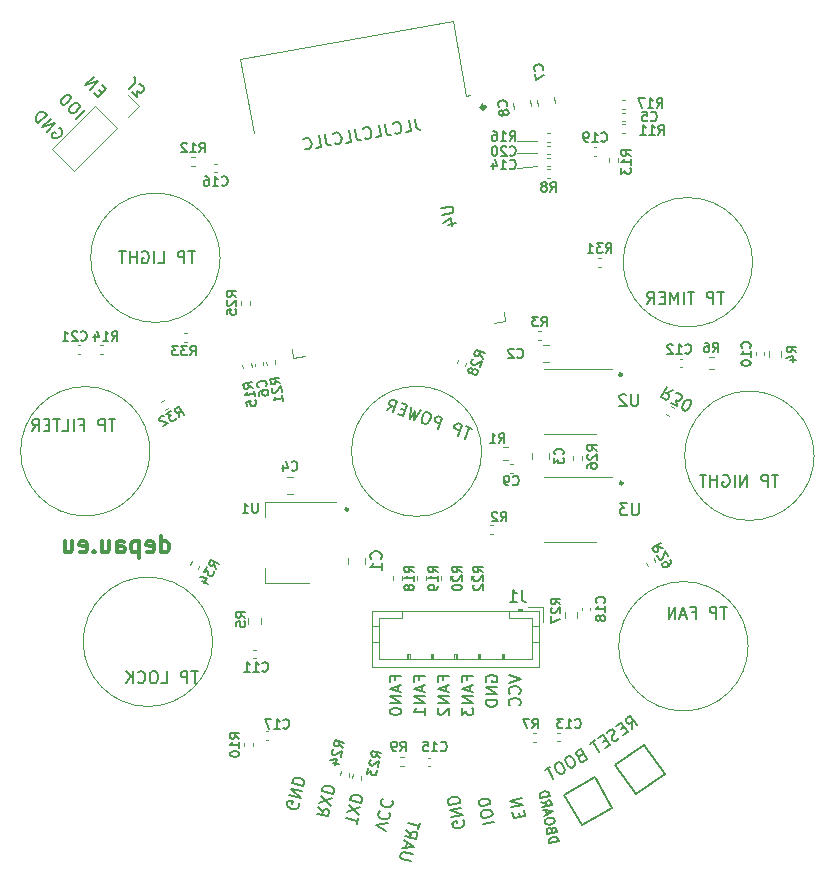
<source format=gbr>
%TF.GenerationSoftware,KiCad,Pcbnew,(5.99.0-10634-g5f56117be9)*%
%TF.CreationDate,2021-05-24T23:14:31+02:00*%
%TF.ProjectId,custom-pcb,63757374-6f6d-42d7-9063-622e6b696361,rev?*%
%TF.SameCoordinates,Original*%
%TF.FileFunction,Legend,Bot*%
%TF.FilePolarity,Positive*%
%FSLAX46Y46*%
G04 Gerber Fmt 4.6, Leading zero omitted, Abs format (unit mm)*
G04 Created by KiCad (PCBNEW (5.99.0-10634-g5f56117be9)) date 2021-05-24 23:14:31*
%MOMM*%
%LPD*%
G01*
G04 APERTURE LIST*
%ADD10C,0.120000*%
%ADD11C,0.222639*%
%ADD12C,0.340552*%
%ADD13C,0.150000*%
%ADD14C,0.300000*%
G04 APERTURE END LIST*
D10*
X122301000Y-57404000D02*
X123952000Y-57277000D01*
X123825000Y-55118000D02*
X123952000Y-55118000D01*
X122301000Y-55118000D02*
X123825000Y-55118000D01*
X122301000Y-56134000D02*
X123952000Y-56134000D01*
X91221384Y-81407000D02*
G75*
G03*
X91221384Y-81407000I-5478692J0D01*
G01*
D11*
X131226119Y-84099400D02*
G75*
G03*
X131226119Y-84099400I-111319J0D01*
G01*
X107985119Y-86324361D02*
G75*
G03*
X107985119Y-86324361I-111319J0D01*
G01*
D10*
X141859000Y-97917000D02*
G75*
G03*
X141859000Y-97917000I-5478692J0D01*
G01*
X97155000Y-65024000D02*
G75*
G03*
X97155000Y-65024000I-5478692J0D01*
G01*
D11*
X131165080Y-74904600D02*
G75*
G03*
X131165080Y-74904600I-111319J0D01*
G01*
D10*
X96520000Y-97536000D02*
G75*
G03*
X96520000Y-97536000I-5478692J0D01*
G01*
D12*
X119575676Y-52273200D02*
G75*
G03*
X119575676Y-52273200I-170276J0D01*
G01*
D10*
X147447000Y-81788000D02*
G75*
G03*
X147447000Y-81788000I-5478692J0D01*
G01*
X119301517Y-81407000D02*
G75*
G03*
X119301517Y-81407000I-5509517J0D01*
G01*
X142240000Y-65405000D02*
G75*
G03*
X142240000Y-65405000I-5478692J0D01*
G01*
D13*
X83521422Y-54014107D02*
X83622437Y-54047779D01*
X83723452Y-54148794D01*
X83790796Y-54283481D01*
X83790796Y-54418168D01*
X83757124Y-54519183D01*
X83656109Y-54687542D01*
X83555094Y-54788557D01*
X83386735Y-54889573D01*
X83285720Y-54923244D01*
X83151033Y-54923244D01*
X83016346Y-54855901D01*
X82949002Y-54788557D01*
X82881659Y-54653870D01*
X82881659Y-54586527D01*
X83117361Y-54350825D01*
X83252048Y-54485512D01*
X82511269Y-54350825D02*
X83218376Y-53643718D01*
X82107208Y-53946764D01*
X82814315Y-53239657D01*
X81770491Y-53610046D02*
X82477598Y-52902939D01*
X82309239Y-52734581D01*
X82174552Y-52667237D01*
X82039865Y-52667237D01*
X81938850Y-52700909D01*
X81770491Y-52801924D01*
X81669476Y-52902939D01*
X81568460Y-53071298D01*
X81534789Y-53172313D01*
X81534789Y-53307000D01*
X81602132Y-53441687D01*
X81770491Y-53610046D01*
X87152853Y-51067425D02*
X86917151Y-50831723D01*
X86445746Y-51101097D02*
X86782464Y-51437814D01*
X87489571Y-50730708D01*
X87152853Y-50393990D01*
X86142701Y-50798051D02*
X86849808Y-50090944D01*
X85738640Y-50393990D01*
X86445746Y-49686883D01*
X84992003Y-53239455D02*
X85699109Y-52532348D01*
X85227705Y-52060944D02*
X85093018Y-51926257D01*
X84992003Y-51892585D01*
X84857316Y-51892585D01*
X84688957Y-51993600D01*
X84453255Y-52229302D01*
X84352239Y-52397661D01*
X84352239Y-52532348D01*
X84385911Y-52633363D01*
X84520598Y-52768050D01*
X84621613Y-52801722D01*
X84756300Y-52801722D01*
X84924659Y-52700707D01*
X85160361Y-52465005D01*
X85261377Y-52296646D01*
X85261377Y-52161959D01*
X85227705Y-52060944D01*
X84486926Y-51320165D02*
X84419583Y-51252822D01*
X84318568Y-51219150D01*
X84251224Y-51219150D01*
X84150209Y-51252822D01*
X83981850Y-51353837D01*
X83813491Y-51522196D01*
X83712476Y-51690554D01*
X83678804Y-51791570D01*
X83678804Y-51858913D01*
X83712476Y-51959928D01*
X83779820Y-52027272D01*
X83880835Y-52060944D01*
X83948178Y-52060944D01*
X84049194Y-52027272D01*
X84217552Y-51926257D01*
X84385911Y-51757898D01*
X84486926Y-51589539D01*
X84520598Y-51488524D01*
X84520598Y-51421180D01*
X84486926Y-51320165D01*
X111989571Y-100780285D02*
X111989571Y-100446952D01*
X112513380Y-100446952D02*
X111513380Y-100446952D01*
X111513380Y-100923142D01*
X112227666Y-101256476D02*
X112227666Y-101732666D01*
X112513380Y-101161238D02*
X111513380Y-101494571D01*
X112513380Y-101827904D01*
X112513380Y-102161238D02*
X111513380Y-102161238D01*
X112513380Y-102732666D01*
X111513380Y-102732666D01*
X111513380Y-103399333D02*
X111513380Y-103494571D01*
X111561000Y-103589809D01*
X111608619Y-103637428D01*
X111703857Y-103685047D01*
X111894333Y-103732666D01*
X112132428Y-103732666D01*
X112322904Y-103685047D01*
X112418142Y-103637428D01*
X112465761Y-103589809D01*
X112513380Y-103494571D01*
X112513380Y-103399333D01*
X112465761Y-103304095D01*
X112418142Y-103256476D01*
X112322904Y-103208857D01*
X112132428Y-103161238D01*
X111894333Y-103161238D01*
X111703857Y-103208857D01*
X111608619Y-103256476D01*
X111561000Y-103304095D01*
X111513380Y-103399333D01*
X119689000Y-100923095D02*
X119641380Y-100827857D01*
X119641380Y-100685000D01*
X119689000Y-100542142D01*
X119784238Y-100446904D01*
X119879476Y-100399285D01*
X120069952Y-100351666D01*
X120212809Y-100351666D01*
X120403285Y-100399285D01*
X120498523Y-100446904D01*
X120593761Y-100542142D01*
X120641380Y-100685000D01*
X120641380Y-100780238D01*
X120593761Y-100923095D01*
X120546142Y-100970714D01*
X120212809Y-100970714D01*
X120212809Y-100780238D01*
X120641380Y-101399285D02*
X119641380Y-101399285D01*
X120641380Y-101970714D01*
X119641380Y-101970714D01*
X120641380Y-102446904D02*
X119641380Y-102446904D01*
X119641380Y-102685000D01*
X119689000Y-102827857D01*
X119784238Y-102923095D01*
X119879476Y-102970714D01*
X120069952Y-103018333D01*
X120212809Y-103018333D01*
X120403285Y-102970714D01*
X120498523Y-102923095D01*
X120593761Y-102827857D01*
X120641380Y-102685000D01*
X120641380Y-102446904D01*
X114021571Y-100780285D02*
X114021571Y-100446952D01*
X114545380Y-100446952D02*
X113545380Y-100446952D01*
X113545380Y-100923142D01*
X114259666Y-101256476D02*
X114259666Y-101732666D01*
X114545380Y-101161238D02*
X113545380Y-101494571D01*
X114545380Y-101827904D01*
X114545380Y-102161238D02*
X113545380Y-102161238D01*
X114545380Y-102732666D01*
X113545380Y-102732666D01*
X114545380Y-103732666D02*
X114545380Y-103161238D01*
X114545380Y-103446952D02*
X113545380Y-103446952D01*
X113688238Y-103351714D01*
X113783476Y-103256476D01*
X113831095Y-103161238D01*
X121597180Y-100351666D02*
X122597180Y-100685000D01*
X121597180Y-101018333D01*
X122501942Y-101923095D02*
X122549561Y-101875476D01*
X122597180Y-101732619D01*
X122597180Y-101637380D01*
X122549561Y-101494523D01*
X122454323Y-101399285D01*
X122359085Y-101351666D01*
X122168609Y-101304047D01*
X122025752Y-101304047D01*
X121835276Y-101351666D01*
X121740038Y-101399285D01*
X121644800Y-101494523D01*
X121597180Y-101637380D01*
X121597180Y-101732619D01*
X121644800Y-101875476D01*
X121692419Y-101923095D01*
X122501942Y-102923095D02*
X122549561Y-102875476D01*
X122597180Y-102732619D01*
X122597180Y-102637380D01*
X122549561Y-102494523D01*
X122454323Y-102399285D01*
X122359085Y-102351666D01*
X122168609Y-102304047D01*
X122025752Y-102304047D01*
X121835276Y-102351666D01*
X121740038Y-102399285D01*
X121644800Y-102494523D01*
X121597180Y-102637380D01*
X121597180Y-102732619D01*
X121644800Y-102875476D01*
X121692419Y-102923095D01*
X118085571Y-100780285D02*
X118085571Y-100446952D01*
X118609380Y-100446952D02*
X117609380Y-100446952D01*
X117609380Y-100923142D01*
X118323666Y-101256476D02*
X118323666Y-101732666D01*
X118609380Y-101161238D02*
X117609380Y-101494571D01*
X118609380Y-101827904D01*
X118609380Y-102161238D02*
X117609380Y-102161238D01*
X118609380Y-102732666D01*
X117609380Y-102732666D01*
X117609380Y-103113619D02*
X117609380Y-103732666D01*
X117990333Y-103399333D01*
X117990333Y-103542190D01*
X118037952Y-103637428D01*
X118085571Y-103685047D01*
X118180809Y-103732666D01*
X118418904Y-103732666D01*
X118514142Y-103685047D01*
X118561761Y-103637428D01*
X118609380Y-103542190D01*
X118609380Y-103256476D01*
X118561761Y-103161238D01*
X118514142Y-103113619D01*
X116053571Y-100780285D02*
X116053571Y-100446952D01*
X116577380Y-100446952D02*
X115577380Y-100446952D01*
X115577380Y-100923142D01*
X116291666Y-101256476D02*
X116291666Y-101732666D01*
X116577380Y-101161238D02*
X115577380Y-101494571D01*
X116577380Y-101827904D01*
X116577380Y-102161238D02*
X115577380Y-102161238D01*
X116577380Y-102732666D01*
X115577380Y-102732666D01*
X115672619Y-103161238D02*
X115625000Y-103208857D01*
X115577380Y-103304095D01*
X115577380Y-103542190D01*
X115625000Y-103637428D01*
X115672619Y-103685047D01*
X115767857Y-103732666D01*
X115863095Y-103732666D01*
X116005952Y-103685047D01*
X116577380Y-103113619D01*
X116577380Y-103732666D01*
X144430333Y-83399380D02*
X143858904Y-83399380D01*
X144144619Y-84399380D02*
X144144619Y-83399380D01*
X143525571Y-84399380D02*
X143525571Y-83399380D01*
X143144619Y-83399380D01*
X143049380Y-83447000D01*
X143001761Y-83494619D01*
X142954142Y-83589857D01*
X142954142Y-83732714D01*
X143001761Y-83827952D01*
X143049380Y-83875571D01*
X143144619Y-83923190D01*
X143525571Y-83923190D01*
X141763666Y-84399380D02*
X141763666Y-83399380D01*
X141192238Y-84399380D01*
X141192238Y-83399380D01*
X140716047Y-84399380D02*
X140716047Y-83399380D01*
X139716047Y-83447000D02*
X139811285Y-83399380D01*
X139954142Y-83399380D01*
X140097000Y-83447000D01*
X140192238Y-83542238D01*
X140239857Y-83637476D01*
X140287476Y-83827952D01*
X140287476Y-83970809D01*
X140239857Y-84161285D01*
X140192238Y-84256523D01*
X140097000Y-84351761D01*
X139954142Y-84399380D01*
X139858904Y-84399380D01*
X139716047Y-84351761D01*
X139668428Y-84304142D01*
X139668428Y-83970809D01*
X139858904Y-83970809D01*
X139239857Y-84399380D02*
X139239857Y-83399380D01*
X139239857Y-83875571D02*
X138668428Y-83875571D01*
X138668428Y-84399380D02*
X138668428Y-83399380D01*
X138335095Y-83399380D02*
X137763666Y-83399380D01*
X138049380Y-84399380D02*
X138049380Y-83399380D01*
X125027072Y-114595587D02*
X125812374Y-114442940D01*
X125776029Y-114255964D01*
X125716827Y-114151047D01*
X125627499Y-114090794D01*
X125545439Y-114067936D01*
X125388589Y-114059617D01*
X125276403Y-114081423D01*
X125134091Y-114147894D01*
X125066569Y-114199828D01*
X125006316Y-114289156D01*
X124990727Y-114408611D01*
X125027072Y-114595587D01*
X125234891Y-113468560D02*
X125175689Y-113363643D01*
X125131025Y-113333517D01*
X125048965Y-113310659D01*
X124936779Y-113332466D01*
X124869257Y-113384399D01*
X124839131Y-113429064D01*
X124816274Y-113511123D01*
X124874425Y-113810286D01*
X125659727Y-113657639D01*
X125608844Y-113395871D01*
X125556911Y-113328350D01*
X125512247Y-113298223D01*
X125430187Y-113275366D01*
X125355397Y-113289904D01*
X125287875Y-113341837D01*
X125257748Y-113386501D01*
X125234891Y-113468560D01*
X125285773Y-113730328D01*
X125478004Y-112722756D02*
X125448928Y-112573174D01*
X125396995Y-112505653D01*
X125307666Y-112445400D01*
X125150816Y-112437080D01*
X124889049Y-112487962D01*
X124746737Y-112554433D01*
X124686484Y-112643762D01*
X124663626Y-112725821D01*
X124692702Y-112875403D01*
X124744635Y-112942924D01*
X124833964Y-113003177D01*
X124990814Y-113011497D01*
X125252581Y-112960615D01*
X125394893Y-112894144D01*
X125455146Y-112804815D01*
X125478004Y-112722756D01*
X124793502Y-112196069D02*
X124720813Y-111822116D01*
X124583668Y-112314473D02*
X125318088Y-111900058D01*
X124481903Y-111790938D01*
X124343794Y-111080427D02*
X124768630Y-111269505D01*
X124431021Y-111529171D02*
X125216323Y-111376524D01*
X125158172Y-111077361D01*
X125106238Y-111009840D01*
X125061574Y-110979713D01*
X124979515Y-110956856D01*
X124867329Y-110978662D01*
X124799807Y-111030596D01*
X124769680Y-111075260D01*
X124746823Y-111157319D01*
X124804974Y-111456482D01*
X124278374Y-110743869D02*
X125063676Y-110591222D01*
X125027331Y-110404246D01*
X124968129Y-110299329D01*
X124878801Y-110239076D01*
X124796741Y-110216218D01*
X124639891Y-110207899D01*
X124527705Y-110229705D01*
X124385392Y-110296176D01*
X124317871Y-110348109D01*
X124257618Y-110437438D01*
X124242029Y-110556893D01*
X124278374Y-110743869D01*
X111231648Y-113563347D02*
X110332262Y-113013606D01*
X111381616Y-112913767D01*
X110703570Y-111828667D02*
X110646459Y-111864354D01*
X110567925Y-111992837D01*
X110546501Y-112085635D01*
X110560764Y-112235542D01*
X110632137Y-112349763D01*
X110714222Y-112417586D01*
X110889105Y-112506832D01*
X111028300Y-112538968D01*
X111224607Y-112535417D01*
X111328116Y-112510443D01*
X111442337Y-112439069D01*
X111520871Y-112310586D01*
X111542295Y-112217788D01*
X111528032Y-112067881D01*
X111492346Y-112010770D01*
X110928521Y-110854297D02*
X110871410Y-110889984D01*
X110792876Y-111018467D01*
X110771452Y-111111264D01*
X110785715Y-111261172D01*
X110857088Y-111375393D01*
X110939173Y-111443216D01*
X111114056Y-111532462D01*
X111253251Y-111564598D01*
X111449558Y-111561047D01*
X111553067Y-111536072D01*
X111667288Y-111464699D01*
X111745822Y-111336215D01*
X111767246Y-111243418D01*
X111752983Y-111093511D01*
X111717297Y-111036400D01*
X105454246Y-111545816D02*
X105843248Y-111977726D01*
X105325702Y-112102599D02*
X106300072Y-112327550D01*
X106385768Y-111956361D01*
X106360793Y-111852852D01*
X106325107Y-111795742D01*
X106243021Y-111727919D01*
X106103826Y-111695783D01*
X106000317Y-111720758D01*
X105943206Y-111756445D01*
X105875384Y-111838530D01*
X105789688Y-112209718D01*
X106503599Y-111445977D02*
X105679197Y-110571446D01*
X106653567Y-110796397D02*
X105529229Y-111221026D01*
X105764892Y-110200257D02*
X106739262Y-110425208D01*
X106792822Y-110193215D01*
X106778559Y-110043308D01*
X106707186Y-109929087D01*
X106625101Y-109861264D01*
X106450219Y-109772018D01*
X106311023Y-109739882D01*
X106114717Y-109743433D01*
X106011208Y-109768407D01*
X105896987Y-109839781D01*
X105818452Y-109968264D01*
X105764892Y-110200257D01*
X95035285Y-64476380D02*
X94463857Y-64476380D01*
X94749571Y-65476380D02*
X94749571Y-64476380D01*
X94130523Y-65476380D02*
X94130523Y-64476380D01*
X93749571Y-64476380D01*
X93654333Y-64524000D01*
X93606714Y-64571619D01*
X93559095Y-64666857D01*
X93559095Y-64809714D01*
X93606714Y-64904952D01*
X93654333Y-64952571D01*
X93749571Y-65000190D01*
X94130523Y-65000190D01*
X91892428Y-65476380D02*
X92368619Y-65476380D01*
X92368619Y-64476380D01*
X91559095Y-65476380D02*
X91559095Y-64476380D01*
X90559095Y-64524000D02*
X90654333Y-64476380D01*
X90797190Y-64476380D01*
X90940047Y-64524000D01*
X91035285Y-64619238D01*
X91082904Y-64714476D01*
X91130523Y-64904952D01*
X91130523Y-65047809D01*
X91082904Y-65238285D01*
X91035285Y-65333523D01*
X90940047Y-65428761D01*
X90797190Y-65476380D01*
X90701952Y-65476380D01*
X90559095Y-65428761D01*
X90511476Y-65381142D01*
X90511476Y-65047809D01*
X90701952Y-65047809D01*
X90082904Y-65476380D02*
X90082904Y-64476380D01*
X90082904Y-64952571D02*
X89511476Y-64952571D01*
X89511476Y-65476380D02*
X89511476Y-64476380D01*
X89178142Y-64476380D02*
X88606714Y-64476380D01*
X88892428Y-65476380D02*
X88892428Y-64476380D01*
D14*
X92133266Y-89965133D02*
X92133266Y-88565133D01*
X92133266Y-89898466D02*
X92266600Y-89965133D01*
X92533266Y-89965133D01*
X92666600Y-89898466D01*
X92733266Y-89831800D01*
X92799933Y-89698466D01*
X92799933Y-89298466D01*
X92733266Y-89165133D01*
X92666600Y-89098466D01*
X92533266Y-89031800D01*
X92266600Y-89031800D01*
X92133266Y-89098466D01*
X90933266Y-89898466D02*
X91066600Y-89965133D01*
X91333266Y-89965133D01*
X91466600Y-89898466D01*
X91533266Y-89765133D01*
X91533266Y-89231800D01*
X91466600Y-89098466D01*
X91333266Y-89031800D01*
X91066600Y-89031800D01*
X90933266Y-89098466D01*
X90866600Y-89231800D01*
X90866600Y-89365133D01*
X91533266Y-89498466D01*
X90266600Y-89031800D02*
X90266600Y-90431800D01*
X90266600Y-89098466D02*
X90133266Y-89031800D01*
X89866600Y-89031800D01*
X89733266Y-89098466D01*
X89666600Y-89165133D01*
X89599933Y-89298466D01*
X89599933Y-89698466D01*
X89666600Y-89831800D01*
X89733266Y-89898466D01*
X89866600Y-89965133D01*
X90133266Y-89965133D01*
X90266600Y-89898466D01*
X88399933Y-89965133D02*
X88399933Y-89231800D01*
X88466600Y-89098466D01*
X88599933Y-89031800D01*
X88866600Y-89031800D01*
X88999933Y-89098466D01*
X88399933Y-89898466D02*
X88533266Y-89965133D01*
X88866600Y-89965133D01*
X88999933Y-89898466D01*
X89066600Y-89765133D01*
X89066600Y-89631800D01*
X88999933Y-89498466D01*
X88866600Y-89431800D01*
X88533266Y-89431800D01*
X88399933Y-89365133D01*
X87133266Y-89031800D02*
X87133266Y-89965133D01*
X87733266Y-89031800D02*
X87733266Y-89765133D01*
X87666600Y-89898466D01*
X87533266Y-89965133D01*
X87333266Y-89965133D01*
X87199933Y-89898466D01*
X87133266Y-89831800D01*
X86466600Y-89831800D02*
X86399933Y-89898466D01*
X86466600Y-89965133D01*
X86533266Y-89898466D01*
X86466600Y-89831800D01*
X86466600Y-89965133D01*
X85266600Y-89898466D02*
X85399933Y-89965133D01*
X85666600Y-89965133D01*
X85799933Y-89898466D01*
X85866600Y-89765133D01*
X85866600Y-89231800D01*
X85799933Y-89098466D01*
X85666600Y-89031800D01*
X85399933Y-89031800D01*
X85266600Y-89098466D01*
X85199933Y-89231800D01*
X85199933Y-89365133D01*
X85866600Y-89498466D01*
X83999933Y-89031800D02*
X83999933Y-89965133D01*
X84599933Y-89031800D02*
X84599933Y-89765133D01*
X84533266Y-89898466D01*
X84399933Y-89965133D01*
X84199933Y-89965133D01*
X84066600Y-89898466D01*
X83999933Y-89831800D01*
D13*
X88280428Y-78700380D02*
X87709000Y-78700380D01*
X87994714Y-79700380D02*
X87994714Y-78700380D01*
X87375666Y-79700380D02*
X87375666Y-78700380D01*
X86994714Y-78700380D01*
X86899476Y-78748000D01*
X86851857Y-78795619D01*
X86804238Y-78890857D01*
X86804238Y-79033714D01*
X86851857Y-79128952D01*
X86899476Y-79176571D01*
X86994714Y-79224190D01*
X87375666Y-79224190D01*
X85280428Y-79176571D02*
X85613761Y-79176571D01*
X85613761Y-79700380D02*
X85613761Y-78700380D01*
X85137571Y-78700380D01*
X84756619Y-79700380D02*
X84756619Y-78700380D01*
X83804238Y-79700380D02*
X84280428Y-79700380D01*
X84280428Y-78700380D01*
X83613761Y-78700380D02*
X83042333Y-78700380D01*
X83328047Y-79700380D02*
X83328047Y-78700380D01*
X82709000Y-79176571D02*
X82375666Y-79176571D01*
X82232809Y-79700380D02*
X82709000Y-79700380D01*
X82709000Y-78700380D01*
X82232809Y-78700380D01*
X81232809Y-79700380D02*
X81566142Y-79224190D01*
X81804238Y-79700380D02*
X81804238Y-78700380D01*
X81423285Y-78700380D01*
X81328047Y-78748000D01*
X81280428Y-78795619D01*
X81232809Y-78890857D01*
X81232809Y-79033714D01*
X81280428Y-79128952D01*
X81328047Y-79176571D01*
X81423285Y-79224190D01*
X81804238Y-79224190D01*
X139834523Y-67905380D02*
X139263095Y-67905380D01*
X139548809Y-68905380D02*
X139548809Y-67905380D01*
X138929761Y-68905380D02*
X138929761Y-67905380D01*
X138548809Y-67905380D01*
X138453571Y-67953000D01*
X138405952Y-68000619D01*
X138358333Y-68095857D01*
X138358333Y-68238714D01*
X138405952Y-68333952D01*
X138453571Y-68381571D01*
X138548809Y-68429190D01*
X138929761Y-68429190D01*
X137310714Y-67905380D02*
X136739285Y-67905380D01*
X137025000Y-68905380D02*
X137025000Y-67905380D01*
X136405952Y-68905380D02*
X136405952Y-67905380D01*
X135929761Y-68905380D02*
X135929761Y-67905380D01*
X135596428Y-68619666D01*
X135263095Y-67905380D01*
X135263095Y-68905380D01*
X134786904Y-68381571D02*
X134453571Y-68381571D01*
X134310714Y-68905380D02*
X134786904Y-68905380D01*
X134786904Y-67905380D01*
X134310714Y-67905380D01*
X133310714Y-68905380D02*
X133644047Y-68429190D01*
X133882142Y-68905380D02*
X133882142Y-67905380D01*
X133501190Y-67905380D01*
X133405952Y-67953000D01*
X133358333Y-68000619D01*
X133310714Y-68095857D01*
X133310714Y-68238714D01*
X133358333Y-68333952D01*
X133405952Y-68381571D01*
X133501190Y-68429190D01*
X133882142Y-68429190D01*
X103820793Y-111217852D02*
X103845768Y-111321361D01*
X103813632Y-111460557D01*
X103735098Y-111589041D01*
X103620877Y-111660414D01*
X103517367Y-111685389D01*
X103321061Y-111688939D01*
X103181865Y-111656804D01*
X103006983Y-111567557D01*
X102924898Y-111499735D01*
X102853525Y-111385514D01*
X102839262Y-111235606D01*
X102860686Y-111142809D01*
X102939220Y-111014325D01*
X102996331Y-110978638D01*
X103321121Y-111053622D01*
X103278273Y-111239216D01*
X102999941Y-110539627D02*
X103974311Y-110764578D01*
X103128485Y-109982844D01*
X104102855Y-110207796D01*
X103235604Y-109518859D02*
X104209974Y-109743810D01*
X104263534Y-109511817D01*
X104249271Y-109361909D01*
X104177898Y-109247688D01*
X104095813Y-109179866D01*
X103920931Y-109090619D01*
X103781735Y-109058483D01*
X103585429Y-109062034D01*
X103481920Y-109087009D01*
X103367699Y-109158382D01*
X103289164Y-109286866D01*
X103235604Y-109518859D01*
X95297238Y-100036380D02*
X94725809Y-100036380D01*
X95011523Y-101036380D02*
X95011523Y-100036380D01*
X94392476Y-101036380D02*
X94392476Y-100036380D01*
X94011523Y-100036380D01*
X93916285Y-100084000D01*
X93868666Y-100131619D01*
X93821047Y-100226857D01*
X93821047Y-100369714D01*
X93868666Y-100464952D01*
X93916285Y-100512571D01*
X94011523Y-100560190D01*
X94392476Y-100560190D01*
X92154380Y-101036380D02*
X92630571Y-101036380D01*
X92630571Y-100036380D01*
X91630571Y-100036380D02*
X91440095Y-100036380D01*
X91344857Y-100084000D01*
X91249619Y-100179238D01*
X91202000Y-100369714D01*
X91202000Y-100703047D01*
X91249619Y-100893523D01*
X91344857Y-100988761D01*
X91440095Y-101036380D01*
X91630571Y-101036380D01*
X91725809Y-100988761D01*
X91821047Y-100893523D01*
X91868666Y-100703047D01*
X91868666Y-100369714D01*
X91821047Y-100179238D01*
X91725809Y-100084000D01*
X91630571Y-100036380D01*
X90202000Y-100941142D02*
X90249619Y-100988761D01*
X90392476Y-101036380D01*
X90487714Y-101036380D01*
X90630571Y-100988761D01*
X90725809Y-100893523D01*
X90773428Y-100798285D01*
X90821047Y-100607809D01*
X90821047Y-100464952D01*
X90773428Y-100274476D01*
X90725809Y-100179238D01*
X90630571Y-100084000D01*
X90487714Y-100036380D01*
X90392476Y-100036380D01*
X90249619Y-100084000D01*
X90202000Y-100131619D01*
X89773428Y-101036380D02*
X89773428Y-100036380D01*
X89202000Y-101036380D02*
X89630571Y-100464952D01*
X89202000Y-100036380D02*
X89773428Y-100607809D01*
X118485583Y-79495766D02*
X117948616Y-79300326D01*
X117875079Y-80337739D02*
X118217100Y-79398046D01*
X117293365Y-80126012D02*
X117635385Y-79186320D01*
X117277407Y-79056026D01*
X117171626Y-79068200D01*
X117110592Y-79096661D01*
X117033271Y-79169869D01*
X116984411Y-79304110D01*
X116996585Y-79409892D01*
X117025046Y-79470926D01*
X117098253Y-79548246D01*
X117456232Y-79678540D01*
X115637716Y-79523405D02*
X115979736Y-78583713D01*
X115621758Y-78453419D01*
X115515977Y-78465593D01*
X115454943Y-78494054D01*
X115377622Y-78567262D01*
X115328762Y-78701504D01*
X115340936Y-78807285D01*
X115369397Y-78868319D01*
X115442605Y-78945639D01*
X115800583Y-79075933D01*
X114861054Y-78176546D02*
X114682065Y-78111399D01*
X114576284Y-78123573D01*
X114454216Y-78180494D01*
X114344322Y-78343197D01*
X114230316Y-78656428D01*
X114209916Y-78851703D01*
X114266837Y-78973771D01*
X114340045Y-79051092D01*
X114519034Y-79116239D01*
X114624816Y-79104065D01*
X114746883Y-79047143D01*
X114856777Y-78884441D01*
X114970784Y-78571210D01*
X114991183Y-78375934D01*
X114934262Y-78253867D01*
X114861054Y-78176546D01*
X114145098Y-77915959D02*
X113579342Y-78774218D01*
X113644653Y-78037863D01*
X113221364Y-78643925D01*
X113339647Y-77622799D01*
X112818802Y-77939978D02*
X112505572Y-77825972D01*
X112192176Y-78269332D02*
X112639649Y-78432198D01*
X112981669Y-77492506D01*
X112534197Y-77329639D01*
X111252484Y-77927311D02*
X111728581Y-77593845D01*
X111789451Y-78122751D02*
X112131471Y-77183059D01*
X111773493Y-77052765D01*
X111667712Y-77064939D01*
X111606678Y-77093400D01*
X111529357Y-77166608D01*
X111480497Y-77300850D01*
X111492671Y-77406631D01*
X111521132Y-77467665D01*
X111594340Y-77544985D01*
X111952318Y-77675279D01*
X140088619Y-94575380D02*
X139517190Y-94575380D01*
X139802904Y-95575380D02*
X139802904Y-94575380D01*
X139183857Y-95575380D02*
X139183857Y-94575380D01*
X138802904Y-94575380D01*
X138707666Y-94623000D01*
X138660047Y-94670619D01*
X138612428Y-94765857D01*
X138612428Y-94908714D01*
X138660047Y-95003952D01*
X138707666Y-95051571D01*
X138802904Y-95099190D01*
X139183857Y-95099190D01*
X137088619Y-95051571D02*
X137421952Y-95051571D01*
X137421952Y-95575380D02*
X137421952Y-94575380D01*
X136945761Y-94575380D01*
X136612428Y-95289666D02*
X136136238Y-95289666D01*
X136707666Y-95575380D02*
X136374333Y-94575380D01*
X136041000Y-95575380D01*
X135707666Y-95575380D02*
X135707666Y-94575380D01*
X135136238Y-95575380D01*
X135136238Y-94575380D01*
X117730191Y-112666501D02*
X117795108Y-112750904D01*
X117822366Y-112891136D01*
X117802881Y-113040455D01*
X117727564Y-113152115D01*
X117643162Y-113217032D01*
X117465272Y-113300120D01*
X117325039Y-113327379D01*
X117128977Y-113316979D01*
X117026402Y-113288407D01*
X116914742Y-113213091D01*
X116840739Y-113081945D01*
X116822567Y-112988457D01*
X116842052Y-112839138D01*
X116879711Y-112783308D01*
X117206920Y-112719705D01*
X117243264Y-112906681D01*
X116704447Y-112380783D02*
X117686074Y-112189974D01*
X116595413Y-111819853D01*
X117577040Y-111629044D01*
X116504552Y-111352411D02*
X117486179Y-111161602D01*
X117440748Y-110927882D01*
X117366746Y-110796735D01*
X117255085Y-110721419D01*
X117152511Y-110692847D01*
X116956448Y-110682448D01*
X116816215Y-110709706D01*
X116638325Y-110792795D01*
X116553923Y-110857711D01*
X116478607Y-110969372D01*
X116459121Y-111118691D01*
X116504552Y-111352411D01*
X108707716Y-112985749D02*
X108836260Y-112428966D01*
X107797618Y-112482407D02*
X108771988Y-112707358D01*
X108889820Y-112196973D02*
X108065417Y-111322442D01*
X109039787Y-111547393D02*
X107915449Y-111972022D01*
X108151112Y-110951254D02*
X109125483Y-111176205D01*
X109179042Y-110944212D01*
X109164780Y-110794304D01*
X109093406Y-110680083D01*
X109011321Y-110612261D01*
X108836439Y-110523014D01*
X108697243Y-110490878D01*
X108500937Y-110494429D01*
X108397428Y-110519404D01*
X108283207Y-110590777D01*
X108204672Y-110719261D01*
X108151112Y-110951254D01*
X113331733Y-116104539D02*
X112542957Y-115922436D01*
X112460872Y-115854614D01*
X112425185Y-115797503D01*
X112400210Y-115693994D01*
X112443058Y-115508400D01*
X112510881Y-115426314D01*
X112567991Y-115390628D01*
X112671500Y-115365653D01*
X113460276Y-115547756D01*
X112860705Y-114969490D02*
X112967825Y-114505504D01*
X112560890Y-114998015D02*
X113610243Y-114898176D01*
X112710857Y-114348435D01*
X112914384Y-113466862D02*
X113303386Y-113898772D01*
X112785841Y-114023645D02*
X113760211Y-114248596D01*
X113845906Y-113877408D01*
X113820932Y-113773899D01*
X113785245Y-113716788D01*
X113703160Y-113648966D01*
X113563964Y-113616830D01*
X113460455Y-113641804D01*
X113403345Y-113677491D01*
X113335522Y-113759576D01*
X113249826Y-114130765D01*
X113953026Y-113413422D02*
X114081569Y-112856639D01*
X113042928Y-112910079D02*
X114017298Y-113135030D01*
X119380739Y-112954945D02*
X120362366Y-112764136D01*
X120235160Y-112109718D02*
X120198816Y-111922741D01*
X120133899Y-111838339D01*
X120022239Y-111763023D01*
X119826176Y-111752624D01*
X119498967Y-111816227D01*
X119321076Y-111899315D01*
X119245760Y-112010976D01*
X119217188Y-112113550D01*
X119253533Y-112300527D01*
X119318449Y-112384929D01*
X119430110Y-112460245D01*
X119626173Y-112470645D01*
X119953382Y-112407042D01*
X120131272Y-112323953D01*
X120206588Y-112212292D01*
X120235160Y-112109718D01*
X120035265Y-111081347D02*
X120017093Y-110987858D01*
X119952176Y-110903456D01*
X119896346Y-110865798D01*
X119793772Y-110837226D01*
X119597709Y-110826827D01*
X119363988Y-110872257D01*
X119186098Y-110955346D01*
X119101696Y-111020263D01*
X119064038Y-111076093D01*
X119035466Y-111178667D01*
X119053638Y-111272156D01*
X119118554Y-111356558D01*
X119174385Y-111394216D01*
X119276959Y-111422788D01*
X119473022Y-111433187D01*
X119706743Y-111387756D01*
X119884633Y-111304668D01*
X119969035Y-111239751D01*
X120006693Y-111183921D01*
X120035265Y-111081347D01*
X113622980Y-53243211D02*
X113747015Y-53946645D01*
X113818717Y-54079063D01*
X113929046Y-54156316D01*
X114078002Y-54178405D01*
X114171793Y-54161867D01*
X112858716Y-54393398D02*
X113327672Y-54310708D01*
X113154024Y-53325900D01*
X111951162Y-54456717D02*
X112006326Y-54495343D01*
X112155282Y-54517432D01*
X112249073Y-54500894D01*
X112381491Y-54429192D01*
X112458745Y-54318863D01*
X112489102Y-54216802D01*
X112502922Y-54020951D01*
X112478115Y-53880264D01*
X112398144Y-53700951D01*
X112334710Y-53615429D01*
X112224381Y-53538175D01*
X112075425Y-53516087D01*
X111981634Y-53532624D01*
X111849216Y-53604327D01*
X111810590Y-53659492D01*
X111090618Y-53689735D02*
X111214652Y-54393169D01*
X111286354Y-54525587D01*
X111396684Y-54602840D01*
X111545639Y-54624929D01*
X111639431Y-54608391D01*
X110326354Y-54839922D02*
X110795310Y-54757232D01*
X110621661Y-53772424D01*
X109418799Y-54903241D02*
X109473964Y-54941867D01*
X109622919Y-54963956D01*
X109716711Y-54947418D01*
X109849129Y-54875716D01*
X109926382Y-54765387D01*
X109956740Y-54663326D01*
X109970559Y-54467475D01*
X109945752Y-54326788D01*
X109865781Y-54147475D01*
X109802347Y-54061952D01*
X109692018Y-53984699D01*
X109543063Y-53962610D01*
X109449271Y-53979148D01*
X109316853Y-54050851D01*
X109278227Y-54106015D01*
X108558255Y-54136259D02*
X108682289Y-54839693D01*
X108753992Y-54972111D01*
X108864321Y-55049364D01*
X109013277Y-55071453D01*
X109107068Y-55054915D01*
X107793991Y-55286446D02*
X108262947Y-55203756D01*
X108089299Y-54218948D01*
X106886436Y-55349765D02*
X106941601Y-55388391D01*
X107090557Y-55410480D01*
X107184348Y-55393942D01*
X107316766Y-55322240D01*
X107394019Y-55211910D01*
X107424377Y-55109850D01*
X107438197Y-54913999D01*
X107413390Y-54773312D01*
X107333418Y-54593999D01*
X107269985Y-54508476D01*
X107159656Y-54431223D01*
X107010700Y-54409134D01*
X106916909Y-54425672D01*
X106784491Y-54497375D01*
X106745864Y-54552539D01*
X106025892Y-54582782D02*
X106149926Y-55286217D01*
X106221629Y-55418634D01*
X106331958Y-55495888D01*
X106480914Y-55517976D01*
X106574705Y-55501439D01*
X105261628Y-55732969D02*
X105730584Y-55650280D01*
X105556936Y-54665472D01*
X104354074Y-55796288D02*
X104409238Y-55834915D01*
X104558194Y-55857004D01*
X104651985Y-55840466D01*
X104784403Y-55768763D01*
X104861656Y-55658434D01*
X104892014Y-55556374D01*
X104905834Y-55360523D01*
X104881027Y-55219836D01*
X104801055Y-55040522D01*
X104737622Y-54955000D01*
X104627293Y-54877747D01*
X104478337Y-54855658D01*
X104384546Y-54872196D01*
X104252128Y-54943899D01*
X104213501Y-54999063D01*
X122511951Y-112343905D02*
X122448348Y-112016696D01*
X121906904Y-111976411D02*
X121997765Y-112443852D01*
X122979392Y-112253043D01*
X122888531Y-111785602D01*
X121825129Y-111555713D02*
X122806756Y-111364904D01*
X121716095Y-110994784D01*
X122697722Y-110803975D01*
%TO.C,C2*%
X122307333Y-73437714D02*
X122345428Y-73475809D01*
X122459714Y-73513904D01*
X122535904Y-73513904D01*
X122650190Y-73475809D01*
X122726380Y-73399619D01*
X122764476Y-73323428D01*
X122802571Y-73171047D01*
X122802571Y-73056761D01*
X122764476Y-72904380D01*
X122726380Y-72828190D01*
X122650190Y-72752000D01*
X122535904Y-72713904D01*
X122459714Y-72713904D01*
X122345428Y-72752000D01*
X122307333Y-72790095D01*
X122002571Y-72790095D02*
X121964476Y-72752000D01*
X121888285Y-72713904D01*
X121697809Y-72713904D01*
X121621619Y-72752000D01*
X121583523Y-72790095D01*
X121545428Y-72866285D01*
X121545428Y-72942476D01*
X121583523Y-73056761D01*
X122040666Y-73513904D01*
X121545428Y-73513904D01*
%TO.C,C3*%
X126168114Y-81680066D02*
X126206209Y-81641971D01*
X126244304Y-81527685D01*
X126244304Y-81451495D01*
X126206209Y-81337209D01*
X126130019Y-81261019D01*
X126053828Y-81222923D01*
X125901447Y-81184828D01*
X125787161Y-81184828D01*
X125634780Y-81222923D01*
X125558590Y-81261019D01*
X125482400Y-81337209D01*
X125444304Y-81451495D01*
X125444304Y-81527685D01*
X125482400Y-81641971D01*
X125520495Y-81680066D01*
X125444304Y-81946733D02*
X125444304Y-82441971D01*
X125749066Y-82175304D01*
X125749066Y-82289590D01*
X125787161Y-82365780D01*
X125825257Y-82403876D01*
X125901447Y-82441971D01*
X126091923Y-82441971D01*
X126168114Y-82403876D01*
X126206209Y-82365780D01*
X126244304Y-82289590D01*
X126244304Y-82061019D01*
X126206209Y-81984828D01*
X126168114Y-81946733D01*
%TO.C,C5*%
X133610333Y-53371714D02*
X133648428Y-53409809D01*
X133762714Y-53447904D01*
X133838904Y-53447904D01*
X133953190Y-53409809D01*
X134029380Y-53333619D01*
X134067476Y-53257428D01*
X134105571Y-53105047D01*
X134105571Y-52990761D01*
X134067476Y-52838380D01*
X134029380Y-52762190D01*
X133953190Y-52686000D01*
X133838904Y-52647904D01*
X133762714Y-52647904D01*
X133648428Y-52686000D01*
X133610333Y-52724095D01*
X132886523Y-52647904D02*
X133267476Y-52647904D01*
X133305571Y-53028857D01*
X133267476Y-52990761D01*
X133191285Y-52952666D01*
X133000809Y-52952666D01*
X132924619Y-52990761D01*
X132886523Y-53028857D01*
X132848428Y-53105047D01*
X132848428Y-53295523D01*
X132886523Y-53371714D01*
X132924619Y-53409809D01*
X133000809Y-53447904D01*
X133191285Y-53447904D01*
X133267476Y-53409809D01*
X133305571Y-53371714D01*
%TO.C,C6*%
X101046020Y-75892078D02*
X101076921Y-75847946D01*
X101094592Y-75728782D01*
X101081362Y-75653749D01*
X101024000Y-75547814D01*
X100935737Y-75486012D01*
X100854089Y-75461726D01*
X100697407Y-75450670D01*
X100584858Y-75470515D01*
X100441407Y-75534493D01*
X100372989Y-75585239D01*
X100311187Y-75673503D01*
X100293516Y-75792667D01*
X100306746Y-75867700D01*
X100364108Y-75973635D01*
X100408240Y-76004536D01*
X100452280Y-76693063D02*
X100425819Y-76542997D01*
X100450105Y-76461349D01*
X100481007Y-76417217D01*
X100580326Y-76322339D01*
X100723777Y-76258362D01*
X101023908Y-76205440D01*
X101105557Y-76229726D01*
X101149688Y-76260628D01*
X101200435Y-76329046D01*
X101226896Y-76479111D01*
X101202610Y-76560760D01*
X101171708Y-76604891D01*
X101103290Y-76655638D01*
X100915708Y-76688714D01*
X100834060Y-76664428D01*
X100789928Y-76633526D01*
X100739181Y-76565109D01*
X100712721Y-76415043D01*
X100737007Y-76333395D01*
X100767908Y-76289263D01*
X100836326Y-76238516D01*
%TO.C,C8*%
X121416220Y-52143078D02*
X121447121Y-52098946D01*
X121464792Y-51979782D01*
X121451562Y-51904749D01*
X121394200Y-51798814D01*
X121305937Y-51737012D01*
X121224289Y-51712726D01*
X121067607Y-51701670D01*
X120955058Y-51721515D01*
X120811607Y-51785493D01*
X120743189Y-51836239D01*
X120681387Y-51924503D01*
X120663716Y-52043667D01*
X120676946Y-52118700D01*
X120734308Y-52224635D01*
X120778440Y-52255536D01*
X121120437Y-52659428D02*
X121069690Y-52591010D01*
X121025559Y-52560108D01*
X120943911Y-52535822D01*
X120906394Y-52542437D01*
X120837976Y-52593184D01*
X120807075Y-52637316D01*
X120782789Y-52718964D01*
X120809250Y-52869030D01*
X120859996Y-52937448D01*
X120904128Y-52968349D01*
X120985776Y-52992635D01*
X121023293Y-52986020D01*
X121091710Y-52935273D01*
X121122612Y-52891142D01*
X121146898Y-52809493D01*
X121120437Y-52659428D01*
X121144723Y-52577779D01*
X121175625Y-52533648D01*
X121244042Y-52482901D01*
X121394108Y-52456440D01*
X121475757Y-52480726D01*
X121519888Y-52511628D01*
X121570635Y-52580046D01*
X121597096Y-52730111D01*
X121572810Y-52811760D01*
X121541908Y-52855891D01*
X121473490Y-52906638D01*
X121323425Y-52933099D01*
X121241776Y-52908813D01*
X121197645Y-52877911D01*
X121146898Y-52809493D01*
%TO.C,J1*%
X122681333Y-93136380D02*
X122681333Y-93850666D01*
X122728952Y-93993523D01*
X122824190Y-94088761D01*
X122967047Y-94136380D01*
X123062285Y-94136380D01*
X121681333Y-94136380D02*
X122252761Y-94136380D01*
X121967047Y-94136380D02*
X121967047Y-93136380D01*
X122062285Y-93279238D01*
X122157523Y-93374476D01*
X122252761Y-93422095D01*
%TO.C,R2*%
X120910333Y-87331504D02*
X121177000Y-86950552D01*
X121367476Y-87331504D02*
X121367476Y-86531504D01*
X121062714Y-86531504D01*
X120986523Y-86569600D01*
X120948428Y-86607695D01*
X120910333Y-86683885D01*
X120910333Y-86798171D01*
X120948428Y-86874361D01*
X120986523Y-86912457D01*
X121062714Y-86950552D01*
X121367476Y-86950552D01*
X120605571Y-86607695D02*
X120567476Y-86569600D01*
X120491285Y-86531504D01*
X120300809Y-86531504D01*
X120224619Y-86569600D01*
X120186523Y-86607695D01*
X120148428Y-86683885D01*
X120148428Y-86760076D01*
X120186523Y-86874361D01*
X120643666Y-87331504D01*
X120148428Y-87331504D01*
%TO.C,R3*%
X124341333Y-70819904D02*
X124608000Y-70438952D01*
X124798476Y-70819904D02*
X124798476Y-70019904D01*
X124493714Y-70019904D01*
X124417523Y-70058000D01*
X124379428Y-70096095D01*
X124341333Y-70172285D01*
X124341333Y-70286571D01*
X124379428Y-70362761D01*
X124417523Y-70400857D01*
X124493714Y-70438952D01*
X124798476Y-70438952D01*
X124074666Y-70019904D02*
X123579428Y-70019904D01*
X123846095Y-70324666D01*
X123731809Y-70324666D01*
X123655619Y-70362761D01*
X123617523Y-70400857D01*
X123579428Y-70477047D01*
X123579428Y-70667523D01*
X123617523Y-70743714D01*
X123655619Y-70781809D01*
X123731809Y-70819904D01*
X123960380Y-70819904D01*
X124036571Y-70781809D01*
X124074666Y-70743714D01*
%TO.C,R4*%
X145936904Y-73018666D02*
X145555952Y-72752000D01*
X145936904Y-72561523D02*
X145136904Y-72561523D01*
X145136904Y-72866285D01*
X145175000Y-72942476D01*
X145213095Y-72980571D01*
X145289285Y-73018666D01*
X145403571Y-73018666D01*
X145479761Y-72980571D01*
X145517857Y-72942476D01*
X145555952Y-72866285D01*
X145555952Y-72561523D01*
X145403571Y-73704380D02*
X145936904Y-73704380D01*
X145098809Y-73513904D02*
X145670238Y-73323428D01*
X145670238Y-73818666D01*
%TO.C,R5*%
X99294904Y-95497666D02*
X98913952Y-95231000D01*
X99294904Y-95040523D02*
X98494904Y-95040523D01*
X98494904Y-95345285D01*
X98533000Y-95421476D01*
X98571095Y-95459571D01*
X98647285Y-95497666D01*
X98761571Y-95497666D01*
X98837761Y-95459571D01*
X98875857Y-95421476D01*
X98913952Y-95345285D01*
X98913952Y-95040523D01*
X98494904Y-96221476D02*
X98494904Y-95840523D01*
X98875857Y-95802428D01*
X98837761Y-95840523D01*
X98799666Y-95916714D01*
X98799666Y-96107190D01*
X98837761Y-96183380D01*
X98875857Y-96221476D01*
X98952047Y-96259571D01*
X99142523Y-96259571D01*
X99218714Y-96221476D01*
X99256809Y-96183380D01*
X99294904Y-96107190D01*
X99294904Y-95916714D01*
X99256809Y-95840523D01*
X99218714Y-95802428D01*
%TO.C,R6*%
X138881333Y-73005904D02*
X139148000Y-72624952D01*
X139338476Y-73005904D02*
X139338476Y-72205904D01*
X139033714Y-72205904D01*
X138957523Y-72244000D01*
X138919428Y-72282095D01*
X138881333Y-72358285D01*
X138881333Y-72472571D01*
X138919428Y-72548761D01*
X138957523Y-72586857D01*
X139033714Y-72624952D01*
X139338476Y-72624952D01*
X138195619Y-72205904D02*
X138348000Y-72205904D01*
X138424190Y-72244000D01*
X138462285Y-72282095D01*
X138538476Y-72396380D01*
X138576571Y-72548761D01*
X138576571Y-72853523D01*
X138538476Y-72929714D01*
X138500380Y-72967809D01*
X138424190Y-73005904D01*
X138271809Y-73005904D01*
X138195619Y-72967809D01*
X138157523Y-72929714D01*
X138119428Y-72853523D01*
X138119428Y-72663047D01*
X138157523Y-72586857D01*
X138195619Y-72548761D01*
X138271809Y-72510666D01*
X138424190Y-72510666D01*
X138500380Y-72548761D01*
X138538476Y-72586857D01*
X138576571Y-72663047D01*
%TO.C,R7*%
X123602733Y-104857504D02*
X123869400Y-104476552D01*
X124059876Y-104857504D02*
X124059876Y-104057504D01*
X123755114Y-104057504D01*
X123678923Y-104095600D01*
X123640828Y-104133695D01*
X123602733Y-104209885D01*
X123602733Y-104324171D01*
X123640828Y-104400361D01*
X123678923Y-104438457D01*
X123755114Y-104476552D01*
X124059876Y-104476552D01*
X123336066Y-104057504D02*
X122802733Y-104057504D01*
X123145590Y-104857504D01*
%TO.C,R8*%
X125101333Y-59416904D02*
X125368000Y-59035952D01*
X125558476Y-59416904D02*
X125558476Y-58616904D01*
X125253714Y-58616904D01*
X125177523Y-58655000D01*
X125139428Y-58693095D01*
X125101333Y-58769285D01*
X125101333Y-58883571D01*
X125139428Y-58959761D01*
X125177523Y-58997857D01*
X125253714Y-59035952D01*
X125558476Y-59035952D01*
X124644190Y-58959761D02*
X124720380Y-58921666D01*
X124758476Y-58883571D01*
X124796571Y-58807380D01*
X124796571Y-58769285D01*
X124758476Y-58693095D01*
X124720380Y-58655000D01*
X124644190Y-58616904D01*
X124491809Y-58616904D01*
X124415619Y-58655000D01*
X124377523Y-58693095D01*
X124339428Y-58769285D01*
X124339428Y-58807380D01*
X124377523Y-58883571D01*
X124415619Y-58921666D01*
X124491809Y-58959761D01*
X124644190Y-58959761D01*
X124720380Y-58997857D01*
X124758476Y-59035952D01*
X124796571Y-59112142D01*
X124796571Y-59264523D01*
X124758476Y-59340714D01*
X124720380Y-59378809D01*
X124644190Y-59416904D01*
X124491809Y-59416904D01*
X124415619Y-59378809D01*
X124377523Y-59340714D01*
X124339428Y-59264523D01*
X124339428Y-59112142D01*
X124377523Y-59035952D01*
X124415619Y-58997857D01*
X124491809Y-58959761D01*
%TO.C,R9*%
X112401333Y-106787904D02*
X112668000Y-106406952D01*
X112858476Y-106787904D02*
X112858476Y-105987904D01*
X112553714Y-105987904D01*
X112477523Y-106026000D01*
X112439428Y-106064095D01*
X112401333Y-106140285D01*
X112401333Y-106254571D01*
X112439428Y-106330761D01*
X112477523Y-106368857D01*
X112553714Y-106406952D01*
X112858476Y-106406952D01*
X112020380Y-106787904D02*
X111868000Y-106787904D01*
X111791809Y-106749809D01*
X111753714Y-106711714D01*
X111677523Y-106597428D01*
X111639428Y-106445047D01*
X111639428Y-106140285D01*
X111677523Y-106064095D01*
X111715619Y-106026000D01*
X111791809Y-105987904D01*
X111944190Y-105987904D01*
X112020380Y-106026000D01*
X112058476Y-106064095D01*
X112096571Y-106140285D01*
X112096571Y-106330761D01*
X112058476Y-106406952D01*
X112020380Y-106445047D01*
X111944190Y-106483142D01*
X111791809Y-106483142D01*
X111715619Y-106445047D01*
X111677523Y-106406952D01*
X111639428Y-106330761D01*
%TO.C,R10*%
X98786904Y-105733914D02*
X98405952Y-105467247D01*
X98786904Y-105276771D02*
X97986904Y-105276771D01*
X97986904Y-105581533D01*
X98025000Y-105657723D01*
X98063095Y-105695819D01*
X98139285Y-105733914D01*
X98253571Y-105733914D01*
X98329761Y-105695819D01*
X98367857Y-105657723D01*
X98405952Y-105581533D01*
X98405952Y-105276771D01*
X98786904Y-106495819D02*
X98786904Y-106038676D01*
X98786904Y-106267247D02*
X97986904Y-106267247D01*
X98101190Y-106191057D01*
X98177380Y-106114866D01*
X98215476Y-106038676D01*
X97986904Y-106991057D02*
X97986904Y-107067247D01*
X98025000Y-107143438D01*
X98063095Y-107181533D01*
X98139285Y-107219628D01*
X98291666Y-107257723D01*
X98482142Y-107257723D01*
X98634523Y-107219628D01*
X98710714Y-107181533D01*
X98748809Y-107143438D01*
X98786904Y-107067247D01*
X98786904Y-106991057D01*
X98748809Y-106914866D01*
X98710714Y-106876771D01*
X98634523Y-106838676D01*
X98482142Y-106800580D01*
X98291666Y-106800580D01*
X98139285Y-106838676D01*
X98063095Y-106876771D01*
X98025000Y-106914866D01*
X97986904Y-106991057D01*
%TO.C,R11*%
X134245285Y-54590904D02*
X134511952Y-54209952D01*
X134702428Y-54590904D02*
X134702428Y-53790904D01*
X134397666Y-53790904D01*
X134321476Y-53829000D01*
X134283380Y-53867095D01*
X134245285Y-53943285D01*
X134245285Y-54057571D01*
X134283380Y-54133761D01*
X134321476Y-54171857D01*
X134397666Y-54209952D01*
X134702428Y-54209952D01*
X133483380Y-54590904D02*
X133940523Y-54590904D01*
X133711952Y-54590904D02*
X133711952Y-53790904D01*
X133788142Y-53905190D01*
X133864333Y-53981380D01*
X133940523Y-54019476D01*
X132721476Y-54590904D02*
X133178619Y-54590904D01*
X132950047Y-54590904D02*
X132950047Y-53790904D01*
X133026238Y-53905190D01*
X133102428Y-53981380D01*
X133178619Y-54019476D01*
%TO.C,R12*%
X95385285Y-56087904D02*
X95651952Y-55706952D01*
X95842428Y-56087904D02*
X95842428Y-55287904D01*
X95537666Y-55287904D01*
X95461476Y-55326000D01*
X95423380Y-55364095D01*
X95385285Y-55440285D01*
X95385285Y-55554571D01*
X95423380Y-55630761D01*
X95461476Y-55668857D01*
X95537666Y-55706952D01*
X95842428Y-55706952D01*
X94623380Y-56087904D02*
X95080523Y-56087904D01*
X94851952Y-56087904D02*
X94851952Y-55287904D01*
X94928142Y-55402190D01*
X95004333Y-55478380D01*
X95080523Y-55516476D01*
X94318619Y-55364095D02*
X94280523Y-55326000D01*
X94204333Y-55287904D01*
X94013857Y-55287904D01*
X93937666Y-55326000D01*
X93899571Y-55364095D01*
X93861476Y-55440285D01*
X93861476Y-55516476D01*
X93899571Y-55630761D01*
X94356714Y-56087904D01*
X93861476Y-56087904D01*
%TO.C,R13*%
X131933904Y-56381714D02*
X131552952Y-56115047D01*
X131933904Y-55924571D02*
X131133904Y-55924571D01*
X131133904Y-56229333D01*
X131172000Y-56305523D01*
X131210095Y-56343619D01*
X131286285Y-56381714D01*
X131400571Y-56381714D01*
X131476761Y-56343619D01*
X131514857Y-56305523D01*
X131552952Y-56229333D01*
X131552952Y-55924571D01*
X131933904Y-57143619D02*
X131933904Y-56686476D01*
X131933904Y-56915047D02*
X131133904Y-56915047D01*
X131248190Y-56838857D01*
X131324380Y-56762666D01*
X131362476Y-56686476D01*
X131133904Y-57410285D02*
X131133904Y-57905523D01*
X131438666Y-57638857D01*
X131438666Y-57753142D01*
X131476761Y-57829333D01*
X131514857Y-57867428D01*
X131591047Y-57905523D01*
X131781523Y-57905523D01*
X131857714Y-57867428D01*
X131895809Y-57829333D01*
X131933904Y-57753142D01*
X131933904Y-57524571D01*
X131895809Y-57448380D01*
X131857714Y-57410285D01*
%TO.C,R14*%
X87991885Y-72040704D02*
X88258552Y-71659752D01*
X88449028Y-72040704D02*
X88449028Y-71240704D01*
X88144266Y-71240704D01*
X88068076Y-71278800D01*
X88029980Y-71316895D01*
X87991885Y-71393085D01*
X87991885Y-71507371D01*
X88029980Y-71583561D01*
X88068076Y-71621657D01*
X88144266Y-71659752D01*
X88449028Y-71659752D01*
X87229980Y-72040704D02*
X87687123Y-72040704D01*
X87458552Y-72040704D02*
X87458552Y-71240704D01*
X87534742Y-71354990D01*
X87610933Y-71431180D01*
X87687123Y-71469276D01*
X86544266Y-71507371D02*
X86544266Y-72040704D01*
X86734742Y-71202609D02*
X86925219Y-71774038D01*
X86429980Y-71774038D01*
%TO.C,R15*%
X99962101Y-76011683D02*
X99540630Y-75815219D01*
X99882719Y-75561485D02*
X99094873Y-75700404D01*
X99147794Y-76000535D01*
X99198541Y-76068953D01*
X99242673Y-76099855D01*
X99324321Y-76124141D01*
X99436871Y-76104295D01*
X99505288Y-76053548D01*
X99536190Y-76009417D01*
X99560476Y-75927769D01*
X99507554Y-75627637D01*
X100094405Y-76762013D02*
X100015023Y-76311815D01*
X100054714Y-76536914D02*
X99266867Y-76675832D01*
X99366187Y-76580954D01*
X99427989Y-76492690D01*
X99452275Y-76411042D01*
X99432247Y-77613744D02*
X99366095Y-77238579D01*
X99734645Y-77134911D01*
X99703743Y-77179043D01*
X99679457Y-77260691D01*
X99712533Y-77448274D01*
X99763280Y-77516691D01*
X99807412Y-77547593D01*
X99889060Y-77571879D01*
X100076642Y-77538803D01*
X100145060Y-77488056D01*
X100175961Y-77443924D01*
X100200247Y-77362276D01*
X100167172Y-77174694D01*
X100116425Y-77106276D01*
X100072293Y-77075375D01*
%TO.C,R16*%
X121672285Y-55098904D02*
X121938952Y-54717952D01*
X122129428Y-55098904D02*
X122129428Y-54298904D01*
X121824666Y-54298904D01*
X121748476Y-54337000D01*
X121710380Y-54375095D01*
X121672285Y-54451285D01*
X121672285Y-54565571D01*
X121710380Y-54641761D01*
X121748476Y-54679857D01*
X121824666Y-54717952D01*
X122129428Y-54717952D01*
X120910380Y-55098904D02*
X121367523Y-55098904D01*
X121138952Y-55098904D02*
X121138952Y-54298904D01*
X121215142Y-54413190D01*
X121291333Y-54489380D01*
X121367523Y-54527476D01*
X120224666Y-54298904D02*
X120377047Y-54298904D01*
X120453238Y-54337000D01*
X120491333Y-54375095D01*
X120567523Y-54489380D01*
X120605619Y-54641761D01*
X120605619Y-54946523D01*
X120567523Y-55022714D01*
X120529428Y-55060809D01*
X120453238Y-55098904D01*
X120300857Y-55098904D01*
X120224666Y-55060809D01*
X120186571Y-55022714D01*
X120148476Y-54946523D01*
X120148476Y-54756047D01*
X120186571Y-54679857D01*
X120224666Y-54641761D01*
X120300857Y-54603666D01*
X120453238Y-54603666D01*
X120529428Y-54641761D01*
X120567523Y-54679857D01*
X120605619Y-54756047D01*
%TO.C,R17*%
X134118285Y-52304904D02*
X134384952Y-51923952D01*
X134575428Y-52304904D02*
X134575428Y-51504904D01*
X134270666Y-51504904D01*
X134194476Y-51543000D01*
X134156380Y-51581095D01*
X134118285Y-51657285D01*
X134118285Y-51771571D01*
X134156380Y-51847761D01*
X134194476Y-51885857D01*
X134270666Y-51923952D01*
X134575428Y-51923952D01*
X133356380Y-52304904D02*
X133813523Y-52304904D01*
X133584952Y-52304904D02*
X133584952Y-51504904D01*
X133661142Y-51619190D01*
X133737333Y-51695380D01*
X133813523Y-51733476D01*
X133089714Y-51504904D02*
X132556380Y-51504904D01*
X132899238Y-52304904D01*
%TO.C,R18*%
X113565904Y-91645714D02*
X113184952Y-91379047D01*
X113565904Y-91188571D02*
X112765904Y-91188571D01*
X112765904Y-91493333D01*
X112804000Y-91569523D01*
X112842095Y-91607619D01*
X112918285Y-91645714D01*
X113032571Y-91645714D01*
X113108761Y-91607619D01*
X113146857Y-91569523D01*
X113184952Y-91493333D01*
X113184952Y-91188571D01*
X113565904Y-92407619D02*
X113565904Y-91950476D01*
X113565904Y-92179047D02*
X112765904Y-92179047D01*
X112880190Y-92102857D01*
X112956380Y-92026666D01*
X112994476Y-91950476D01*
X113108761Y-92864761D02*
X113070666Y-92788571D01*
X113032571Y-92750476D01*
X112956380Y-92712380D01*
X112918285Y-92712380D01*
X112842095Y-92750476D01*
X112804000Y-92788571D01*
X112765904Y-92864761D01*
X112765904Y-93017142D01*
X112804000Y-93093333D01*
X112842095Y-93131428D01*
X112918285Y-93169523D01*
X112956380Y-93169523D01*
X113032571Y-93131428D01*
X113070666Y-93093333D01*
X113108761Y-93017142D01*
X113108761Y-92864761D01*
X113146857Y-92788571D01*
X113184952Y-92750476D01*
X113261142Y-92712380D01*
X113413523Y-92712380D01*
X113489714Y-92750476D01*
X113527809Y-92788571D01*
X113565904Y-92864761D01*
X113565904Y-93017142D01*
X113527809Y-93093333D01*
X113489714Y-93131428D01*
X113413523Y-93169523D01*
X113261142Y-93169523D01*
X113184952Y-93131428D01*
X113146857Y-93093333D01*
X113108761Y-93017142D01*
%TO.C,R19*%
X115597904Y-91645714D02*
X115216952Y-91379047D01*
X115597904Y-91188571D02*
X114797904Y-91188571D01*
X114797904Y-91493333D01*
X114836000Y-91569523D01*
X114874095Y-91607619D01*
X114950285Y-91645714D01*
X115064571Y-91645714D01*
X115140761Y-91607619D01*
X115178857Y-91569523D01*
X115216952Y-91493333D01*
X115216952Y-91188571D01*
X115597904Y-92407619D02*
X115597904Y-91950476D01*
X115597904Y-92179047D02*
X114797904Y-92179047D01*
X114912190Y-92102857D01*
X114988380Y-92026666D01*
X115026476Y-91950476D01*
X115597904Y-92788571D02*
X115597904Y-92940952D01*
X115559809Y-93017142D01*
X115521714Y-93055238D01*
X115407428Y-93131428D01*
X115255047Y-93169523D01*
X114950285Y-93169523D01*
X114874095Y-93131428D01*
X114836000Y-93093333D01*
X114797904Y-93017142D01*
X114797904Y-92864761D01*
X114836000Y-92788571D01*
X114874095Y-92750476D01*
X114950285Y-92712380D01*
X115140761Y-92712380D01*
X115216952Y-92750476D01*
X115255047Y-92788571D01*
X115293142Y-92864761D01*
X115293142Y-93017142D01*
X115255047Y-93093333D01*
X115216952Y-93131428D01*
X115140761Y-93169523D01*
%TO.C,R20*%
X117629904Y-91643714D02*
X117248952Y-91377047D01*
X117629904Y-91186571D02*
X116829904Y-91186571D01*
X116829904Y-91491333D01*
X116868000Y-91567523D01*
X116906095Y-91605619D01*
X116982285Y-91643714D01*
X117096571Y-91643714D01*
X117172761Y-91605619D01*
X117210857Y-91567523D01*
X117248952Y-91491333D01*
X117248952Y-91186571D01*
X116906095Y-91948476D02*
X116868000Y-91986571D01*
X116829904Y-92062761D01*
X116829904Y-92253238D01*
X116868000Y-92329428D01*
X116906095Y-92367523D01*
X116982285Y-92405619D01*
X117058476Y-92405619D01*
X117172761Y-92367523D01*
X117629904Y-91910380D01*
X117629904Y-92405619D01*
X116829904Y-92900857D02*
X116829904Y-92977047D01*
X116868000Y-93053238D01*
X116906095Y-93091333D01*
X116982285Y-93129428D01*
X117134666Y-93167523D01*
X117325142Y-93167523D01*
X117477523Y-93129428D01*
X117553714Y-93091333D01*
X117591809Y-93053238D01*
X117629904Y-92977047D01*
X117629904Y-92900857D01*
X117591809Y-92824666D01*
X117553714Y-92786571D01*
X117477523Y-92748476D01*
X117325142Y-92710380D01*
X117134666Y-92710380D01*
X116982285Y-92748476D01*
X116906095Y-92786571D01*
X116868000Y-92824666D01*
X116829904Y-92900857D01*
%TO.C,R21*%
X102248100Y-75630683D02*
X101826629Y-75434219D01*
X102168718Y-75180485D02*
X101380872Y-75319404D01*
X101433793Y-75619535D01*
X101484540Y-75687953D01*
X101528672Y-75718855D01*
X101610320Y-75743141D01*
X101722870Y-75723295D01*
X101791287Y-75672548D01*
X101822189Y-75628417D01*
X101846475Y-75546769D01*
X101793553Y-75246637D01*
X101588208Y-76056503D02*
X101557307Y-76100635D01*
X101533021Y-76182283D01*
X101566097Y-76369865D01*
X101616844Y-76438283D01*
X101660975Y-76469184D01*
X101742623Y-76493470D01*
X101817656Y-76480240D01*
X101923591Y-76422878D01*
X102294407Y-75893298D01*
X102380404Y-76381013D01*
X102512707Y-77131342D02*
X102433325Y-76681144D01*
X102473016Y-76906243D02*
X101685170Y-77045162D01*
X101784489Y-76950283D01*
X101846292Y-76862020D01*
X101870578Y-76780372D01*
%TO.C,R22*%
X119407904Y-91645714D02*
X119026952Y-91379047D01*
X119407904Y-91188571D02*
X118607904Y-91188571D01*
X118607904Y-91493333D01*
X118646000Y-91569523D01*
X118684095Y-91607619D01*
X118760285Y-91645714D01*
X118874571Y-91645714D01*
X118950761Y-91607619D01*
X118988857Y-91569523D01*
X119026952Y-91493333D01*
X119026952Y-91188571D01*
X118684095Y-91950476D02*
X118646000Y-91988571D01*
X118607904Y-92064761D01*
X118607904Y-92255238D01*
X118646000Y-92331428D01*
X118684095Y-92369523D01*
X118760285Y-92407619D01*
X118836476Y-92407619D01*
X118950761Y-92369523D01*
X119407904Y-91912380D01*
X119407904Y-92407619D01*
X118684095Y-92712380D02*
X118646000Y-92750476D01*
X118607904Y-92826666D01*
X118607904Y-93017142D01*
X118646000Y-93093333D01*
X118684095Y-93131428D01*
X118760285Y-93169523D01*
X118836476Y-93169523D01*
X118950761Y-93131428D01*
X119407904Y-92674285D01*
X119407904Y-93169523D01*
%TO.C,R23*%
X110704318Y-107403306D02*
X110393116Y-107057778D01*
X110807153Y-106957879D02*
X110027656Y-106777919D01*
X109959100Y-107074869D01*
X109979080Y-107157677D01*
X110007629Y-107203365D01*
X110073297Y-107257623D01*
X110184654Y-107283332D01*
X110267461Y-107263352D01*
X110313149Y-107234803D01*
X110367407Y-107169135D01*
X110435964Y-106872184D01*
X109930503Y-107537435D02*
X109884815Y-107565984D01*
X109830557Y-107631652D01*
X109787709Y-107817247D01*
X109807688Y-107900054D01*
X109836238Y-107945742D01*
X109901906Y-108000000D01*
X109976144Y-108017139D01*
X110096070Y-108005729D01*
X110644331Y-107663138D01*
X110532927Y-108145683D01*
X109693444Y-108225554D02*
X109582039Y-108708099D01*
X109938977Y-108516824D01*
X109913268Y-108628180D01*
X109933248Y-108710988D01*
X109961797Y-108756676D01*
X110027465Y-108810934D01*
X110213060Y-108853782D01*
X110295867Y-108833802D01*
X110341555Y-108805253D01*
X110395813Y-108739585D01*
X110447231Y-108516872D01*
X110427251Y-108434064D01*
X110398702Y-108388376D01*
%TO.C,R24*%
X107529318Y-106514306D02*
X107218116Y-106168778D01*
X107632153Y-106068879D02*
X106852656Y-105888919D01*
X106784100Y-106185869D01*
X106804080Y-106268677D01*
X106832629Y-106314365D01*
X106898297Y-106368623D01*
X107009654Y-106394332D01*
X107092461Y-106374352D01*
X107138149Y-106345803D01*
X107192407Y-106280135D01*
X107260964Y-105983184D01*
X106755503Y-106648435D02*
X106709815Y-106676984D01*
X106655557Y-106742652D01*
X106612709Y-106928247D01*
X106632688Y-107011054D01*
X106661238Y-107056742D01*
X106726906Y-107111000D01*
X106801144Y-107128139D01*
X106921070Y-107116729D01*
X107469331Y-106774138D01*
X107357927Y-107256683D01*
X106684010Y-107804849D02*
X107203674Y-107924822D01*
X106429907Y-107550698D02*
X107029538Y-107493647D01*
X106918134Y-107976192D01*
%TO.C,R25*%
X98505904Y-68319714D02*
X98124952Y-68053047D01*
X98505904Y-67862571D02*
X97705904Y-67862571D01*
X97705904Y-68167333D01*
X97744000Y-68243523D01*
X97782095Y-68281619D01*
X97858285Y-68319714D01*
X97972571Y-68319714D01*
X98048761Y-68281619D01*
X98086857Y-68243523D01*
X98124952Y-68167333D01*
X98124952Y-67862571D01*
X97782095Y-68624476D02*
X97744000Y-68662571D01*
X97705904Y-68738761D01*
X97705904Y-68929238D01*
X97744000Y-69005428D01*
X97782095Y-69043523D01*
X97858285Y-69081619D01*
X97934476Y-69081619D01*
X98048761Y-69043523D01*
X98505904Y-68586380D01*
X98505904Y-69081619D01*
X97705904Y-69805428D02*
X97705904Y-69424476D01*
X98086857Y-69386380D01*
X98048761Y-69424476D01*
X98010666Y-69500666D01*
X98010666Y-69691142D01*
X98048761Y-69767333D01*
X98086857Y-69805428D01*
X98163047Y-69843523D01*
X98353523Y-69843523D01*
X98429714Y-69805428D01*
X98467809Y-69767333D01*
X98505904Y-69691142D01*
X98505904Y-69500666D01*
X98467809Y-69424476D01*
X98429714Y-69386380D01*
%TO.C,R26*%
X129038304Y-81349914D02*
X128657352Y-81083247D01*
X129038304Y-80892771D02*
X128238304Y-80892771D01*
X128238304Y-81197533D01*
X128276400Y-81273723D01*
X128314495Y-81311819D01*
X128390685Y-81349914D01*
X128504971Y-81349914D01*
X128581161Y-81311819D01*
X128619257Y-81273723D01*
X128657352Y-81197533D01*
X128657352Y-80892771D01*
X128314495Y-81654676D02*
X128276400Y-81692771D01*
X128238304Y-81768961D01*
X128238304Y-81959438D01*
X128276400Y-82035628D01*
X128314495Y-82073723D01*
X128390685Y-82111819D01*
X128466876Y-82111819D01*
X128581161Y-82073723D01*
X129038304Y-81616580D01*
X129038304Y-82111819D01*
X128238304Y-82797533D02*
X128238304Y-82645152D01*
X128276400Y-82568961D01*
X128314495Y-82530866D01*
X128428780Y-82454676D01*
X128581161Y-82416580D01*
X128885923Y-82416580D01*
X128962114Y-82454676D01*
X129000209Y-82492771D01*
X129038304Y-82568961D01*
X129038304Y-82721342D01*
X129000209Y-82797533D01*
X128962114Y-82835628D01*
X128885923Y-82873723D01*
X128695447Y-82873723D01*
X128619257Y-82835628D01*
X128581161Y-82797533D01*
X128543066Y-82721342D01*
X128543066Y-82568961D01*
X128581161Y-82492771D01*
X128619257Y-82454676D01*
X128695447Y-82416580D01*
%TO.C,SW1*%
X132005195Y-104947516D02*
X132005114Y-104366251D01*
X132473282Y-104619758D02*
X131899706Y-103800606D01*
X131587648Y-104019111D01*
X131536947Y-104112745D01*
X131525253Y-104179065D01*
X131540872Y-104284393D01*
X131622811Y-104401414D01*
X131716445Y-104452116D01*
X131782765Y-104463810D01*
X131888093Y-104448191D01*
X132200151Y-104229685D01*
X131353685Y-104764255D02*
X131080635Y-104955447D01*
X131264058Y-105466466D02*
X131654130Y-105193334D01*
X131080554Y-104374182D01*
X130690481Y-104647314D01*
X130924687Y-105645964D02*
X130834978Y-105766911D01*
X130639942Y-105903477D01*
X130534614Y-105919096D01*
X130468294Y-105907402D01*
X130374660Y-105856700D01*
X130320034Y-105778686D01*
X130304415Y-105673358D01*
X130316109Y-105607038D01*
X130366810Y-105513404D01*
X130495526Y-105365144D01*
X130546227Y-105271511D01*
X130557922Y-105205190D01*
X130542302Y-105099863D01*
X130487676Y-105021848D01*
X130394043Y-104971147D01*
X130327722Y-104959453D01*
X130222394Y-104975072D01*
X130027358Y-105111638D01*
X129937650Y-105232584D01*
X129832403Y-105829468D02*
X129559352Y-106020660D01*
X129742775Y-106531679D02*
X130132848Y-106258548D01*
X129559271Y-105439396D01*
X129169199Y-105712527D01*
X128935156Y-105876406D02*
X128467069Y-106204164D01*
X129274689Y-106859437D02*
X128701112Y-106040285D01*
%TO.C,SW2*%
X127631605Y-107209570D02*
X127531697Y-107322238D01*
X127514267Y-107387287D01*
X127520647Y-107493575D01*
X127592076Y-107617293D01*
X127680934Y-107675962D01*
X127745983Y-107693392D01*
X127852271Y-107687012D01*
X128182185Y-107496536D01*
X127682185Y-106630510D01*
X127393510Y-106797177D01*
X127334841Y-106886035D01*
X127317411Y-106951084D01*
X127323791Y-107057372D01*
X127371410Y-107139851D01*
X127460268Y-107198520D01*
X127525317Y-107215950D01*
X127631605Y-107209570D01*
X127920281Y-107042903D01*
X126651203Y-107225748D02*
X126486245Y-107320987D01*
X126427576Y-107409845D01*
X126392717Y-107539943D01*
X126446716Y-107728709D01*
X126613382Y-108017384D01*
X126749860Y-108158532D01*
X126879957Y-108193392D01*
X126986245Y-108187012D01*
X127151203Y-108091774D01*
X127209872Y-108002916D01*
X127244731Y-107872818D01*
X127190733Y-107684051D01*
X127024066Y-107395376D01*
X126887588Y-107254228D01*
X126757491Y-107219369D01*
X126651203Y-107225748D01*
X125743938Y-107749558D02*
X125578981Y-107844796D01*
X125520312Y-107933654D01*
X125485452Y-108063752D01*
X125539451Y-108252519D01*
X125706118Y-108541194D01*
X125842595Y-108682342D01*
X125972693Y-108717201D01*
X126078981Y-108710822D01*
X126243938Y-108615583D01*
X126302607Y-108526725D01*
X126337467Y-108396627D01*
X126283468Y-108207861D01*
X126116801Y-107919186D01*
X125980324Y-107778038D01*
X125850226Y-107743178D01*
X125743938Y-107749558D01*
X125125348Y-108106701D02*
X124630477Y-108392415D01*
X125377913Y-109115583D02*
X124877913Y-108249558D01*
%TO.C,U1*%
X100329923Y-85820304D02*
X100329923Y-86467923D01*
X100291828Y-86544114D01*
X100253733Y-86582209D01*
X100177542Y-86620304D01*
X100025161Y-86620304D01*
X99948971Y-86582209D01*
X99910876Y-86544114D01*
X99872780Y-86467923D01*
X99872780Y-85820304D01*
X99072780Y-86620304D02*
X99529923Y-86620304D01*
X99301352Y-86620304D02*
X99301352Y-85820304D01*
X99377542Y-85934590D01*
X99453733Y-86010780D01*
X99529923Y-86048876D01*
%TO.C,U2*%
X132537104Y-76566780D02*
X132537104Y-77376304D01*
X132489485Y-77471542D01*
X132441866Y-77519161D01*
X132346628Y-77566780D01*
X132156152Y-77566780D01*
X132060914Y-77519161D01*
X132013295Y-77471542D01*
X131965676Y-77376304D01*
X131965676Y-76566780D01*
X131537104Y-76662019D02*
X131489485Y-76614400D01*
X131394247Y-76566780D01*
X131156152Y-76566780D01*
X131060914Y-76614400D01*
X131013295Y-76662019D01*
X130965676Y-76757257D01*
X130965676Y-76852495D01*
X131013295Y-76995352D01*
X131584723Y-77566780D01*
X130965676Y-77566780D01*
%TO.C,U3*%
X132587904Y-85812380D02*
X132587904Y-86621904D01*
X132540285Y-86717142D01*
X132492666Y-86764761D01*
X132397428Y-86812380D01*
X132206952Y-86812380D01*
X132111714Y-86764761D01*
X132064095Y-86717142D01*
X132016476Y-86621904D01*
X132016476Y-85812380D01*
X131635523Y-85812380D02*
X131016476Y-85812380D01*
X131349809Y-86193333D01*
X131206952Y-86193333D01*
X131111714Y-86240952D01*
X131064095Y-86288571D01*
X131016476Y-86383809D01*
X131016476Y-86621904D01*
X131064095Y-86717142D01*
X131111714Y-86764761D01*
X131206952Y-86812380D01*
X131492666Y-86812380D01*
X131587904Y-86764761D01*
X131635523Y-86717142D01*
%TO.C,U4*%
X115865394Y-60828240D02*
X116662619Y-60687667D01*
X116764679Y-60718025D01*
X116819844Y-60756652D01*
X116883277Y-60842174D01*
X116916353Y-61029757D01*
X116885995Y-61131817D01*
X116847369Y-61186981D01*
X116761846Y-61250415D01*
X115964621Y-61390987D01*
X116450001Y-62224121D02*
X117106539Y-62108355D01*
X116033491Y-62055795D02*
X116695580Y-61697282D01*
X116803077Y-62306925D01*
%TO.C,R27*%
X125964904Y-94354714D02*
X125583952Y-94088047D01*
X125964904Y-93897571D02*
X125164904Y-93897571D01*
X125164904Y-94202333D01*
X125203000Y-94278523D01*
X125241095Y-94316619D01*
X125317285Y-94354714D01*
X125431571Y-94354714D01*
X125507761Y-94316619D01*
X125545857Y-94278523D01*
X125583952Y-94202333D01*
X125583952Y-93897571D01*
X125241095Y-94659476D02*
X125203000Y-94697571D01*
X125164904Y-94773761D01*
X125164904Y-94964238D01*
X125203000Y-95040428D01*
X125241095Y-95078523D01*
X125317285Y-95116619D01*
X125393476Y-95116619D01*
X125507761Y-95078523D01*
X125964904Y-94621380D01*
X125964904Y-95116619D01*
X125164904Y-95383285D02*
X125164904Y-95916619D01*
X125964904Y-95573761D01*
%TO.C,R1*%
X120757933Y-80676704D02*
X121024600Y-80295752D01*
X121215076Y-80676704D02*
X121215076Y-79876704D01*
X120910314Y-79876704D01*
X120834123Y-79914800D01*
X120796028Y-79952895D01*
X120757933Y-80029085D01*
X120757933Y-80143371D01*
X120796028Y-80219561D01*
X120834123Y-80257657D01*
X120910314Y-80295752D01*
X121215076Y-80295752D01*
X119996028Y-80676704D02*
X120453171Y-80676704D01*
X120224600Y-80676704D02*
X120224600Y-79876704D01*
X120300790Y-79990990D01*
X120376980Y-80067180D01*
X120453171Y-80105276D01*
%TO.C,J3*%
X89416631Y-50700963D02*
X89921707Y-50195887D01*
X89989051Y-50061200D01*
X89989051Y-49926513D01*
X89921707Y-49791826D01*
X89854364Y-49724483D01*
X89686005Y-50970337D02*
X90123738Y-51408070D01*
X90157410Y-50902994D01*
X90258425Y-51004009D01*
X90359440Y-51037681D01*
X90426784Y-51037681D01*
X90527799Y-51004009D01*
X90696158Y-50835650D01*
X90729829Y-50734635D01*
X90729829Y-50667292D01*
X90696158Y-50566276D01*
X90494127Y-50364246D01*
X90393112Y-50330574D01*
X90325768Y-50330574D01*
%TO.C,C1*%
X110749142Y-90511333D02*
X110796761Y-90463714D01*
X110844380Y-90320857D01*
X110844380Y-90225619D01*
X110796761Y-90082761D01*
X110701523Y-89987523D01*
X110606285Y-89939904D01*
X110415809Y-89892285D01*
X110272952Y-89892285D01*
X110082476Y-89939904D01*
X109987238Y-89987523D01*
X109892000Y-90082761D01*
X109844380Y-90225619D01*
X109844380Y-90320857D01*
X109892000Y-90463714D01*
X109939619Y-90511333D01*
X110844380Y-91463714D02*
X110844380Y-90892285D01*
X110844380Y-91178000D02*
X109844380Y-91178000D01*
X109987238Y-91082761D01*
X110082476Y-90987523D01*
X110130095Y-90892285D01*
%TO.C,C4*%
X103206533Y-82988114D02*
X103244628Y-83026209D01*
X103358914Y-83064304D01*
X103435104Y-83064304D01*
X103549390Y-83026209D01*
X103625580Y-82950019D01*
X103663676Y-82873828D01*
X103701771Y-82721447D01*
X103701771Y-82607161D01*
X103663676Y-82454780D01*
X103625580Y-82378590D01*
X103549390Y-82302400D01*
X103435104Y-82264304D01*
X103358914Y-82264304D01*
X103244628Y-82302400D01*
X103206533Y-82340495D01*
X102520819Y-82530971D02*
X102520819Y-83064304D01*
X102711295Y-82226209D02*
X102901771Y-82797638D01*
X102406533Y-82797638D01*
%TO.C,C7*%
X124464220Y-49095078D02*
X124495121Y-49050946D01*
X124512792Y-48931782D01*
X124499562Y-48856749D01*
X124442200Y-48750814D01*
X124353937Y-48689012D01*
X124272289Y-48664726D01*
X124115607Y-48653670D01*
X124003058Y-48673515D01*
X123859607Y-48737493D01*
X123791189Y-48788239D01*
X123729387Y-48876503D01*
X123711716Y-48995667D01*
X123724946Y-49070700D01*
X123782308Y-49176635D01*
X123826440Y-49207536D01*
X123797713Y-49483382D02*
X123890325Y-50008612D01*
X124618635Y-49532046D01*
%TO.C,C10*%
X142000714Y-72637714D02*
X142038809Y-72599619D01*
X142076904Y-72485333D01*
X142076904Y-72409142D01*
X142038809Y-72294857D01*
X141962619Y-72218666D01*
X141886428Y-72180571D01*
X141734047Y-72142476D01*
X141619761Y-72142476D01*
X141467380Y-72180571D01*
X141391190Y-72218666D01*
X141315000Y-72294857D01*
X141276904Y-72409142D01*
X141276904Y-72485333D01*
X141315000Y-72599619D01*
X141353095Y-72637714D01*
X142076904Y-73399619D02*
X142076904Y-72942476D01*
X142076904Y-73171047D02*
X141276904Y-73171047D01*
X141391190Y-73094857D01*
X141467380Y-73018666D01*
X141505476Y-72942476D01*
X141276904Y-73894857D02*
X141276904Y-73971047D01*
X141315000Y-74047238D01*
X141353095Y-74085333D01*
X141429285Y-74123428D01*
X141581666Y-74161523D01*
X141772142Y-74161523D01*
X141924523Y-74123428D01*
X142000714Y-74085333D01*
X142038809Y-74047238D01*
X142076904Y-73971047D01*
X142076904Y-73894857D01*
X142038809Y-73818666D01*
X142000714Y-73780571D01*
X141924523Y-73742476D01*
X141772142Y-73704380D01*
X141581666Y-73704380D01*
X141429285Y-73742476D01*
X141353095Y-73780571D01*
X141315000Y-73818666D01*
X141276904Y-73894857D01*
%TO.C,R31*%
X129800285Y-64596904D02*
X130066952Y-64215952D01*
X130257428Y-64596904D02*
X130257428Y-63796904D01*
X129952666Y-63796904D01*
X129876476Y-63835000D01*
X129838380Y-63873095D01*
X129800285Y-63949285D01*
X129800285Y-64063571D01*
X129838380Y-64139761D01*
X129876476Y-64177857D01*
X129952666Y-64215952D01*
X130257428Y-64215952D01*
X129533619Y-63796904D02*
X129038380Y-63796904D01*
X129305047Y-64101666D01*
X129190761Y-64101666D01*
X129114571Y-64139761D01*
X129076476Y-64177857D01*
X129038380Y-64254047D01*
X129038380Y-64444523D01*
X129076476Y-64520714D01*
X129114571Y-64558809D01*
X129190761Y-64596904D01*
X129419333Y-64596904D01*
X129495523Y-64558809D01*
X129533619Y-64520714D01*
X128276476Y-64596904D02*
X128733619Y-64596904D01*
X128505047Y-64596904D02*
X128505047Y-63796904D01*
X128581238Y-63911190D01*
X128657428Y-63987380D01*
X128733619Y-64025476D01*
%TO.C,C16*%
X97288285Y-58849714D02*
X97326380Y-58887809D01*
X97440666Y-58925904D01*
X97516857Y-58925904D01*
X97631142Y-58887809D01*
X97707333Y-58811619D01*
X97745428Y-58735428D01*
X97783523Y-58583047D01*
X97783523Y-58468761D01*
X97745428Y-58316380D01*
X97707333Y-58240190D01*
X97631142Y-58164000D01*
X97516857Y-58125904D01*
X97440666Y-58125904D01*
X97326380Y-58164000D01*
X97288285Y-58202095D01*
X96526380Y-58925904D02*
X96983523Y-58925904D01*
X96754952Y-58925904D02*
X96754952Y-58125904D01*
X96831142Y-58240190D01*
X96907333Y-58316380D01*
X96983523Y-58354476D01*
X95840666Y-58125904D02*
X95993047Y-58125904D01*
X96069238Y-58164000D01*
X96107333Y-58202095D01*
X96183523Y-58316380D01*
X96221619Y-58468761D01*
X96221619Y-58773523D01*
X96183523Y-58849714D01*
X96145428Y-58887809D01*
X96069238Y-58925904D01*
X95916857Y-58925904D01*
X95840666Y-58887809D01*
X95802571Y-58849714D01*
X95764476Y-58773523D01*
X95764476Y-58583047D01*
X95802571Y-58506857D01*
X95840666Y-58468761D01*
X95916857Y-58430666D01*
X96069238Y-58430666D01*
X96145428Y-58468761D01*
X96183523Y-58506857D01*
X96221619Y-58583047D01*
%TO.C,C20*%
X121672285Y-56292714D02*
X121710380Y-56330809D01*
X121824666Y-56368904D01*
X121900857Y-56368904D01*
X122015142Y-56330809D01*
X122091333Y-56254619D01*
X122129428Y-56178428D01*
X122167523Y-56026047D01*
X122167523Y-55911761D01*
X122129428Y-55759380D01*
X122091333Y-55683190D01*
X122015142Y-55607000D01*
X121900857Y-55568904D01*
X121824666Y-55568904D01*
X121710380Y-55607000D01*
X121672285Y-55645095D01*
X121367523Y-55645095D02*
X121329428Y-55607000D01*
X121253238Y-55568904D01*
X121062761Y-55568904D01*
X120986571Y-55607000D01*
X120948476Y-55645095D01*
X120910380Y-55721285D01*
X120910380Y-55797476D01*
X120948476Y-55911761D01*
X121405619Y-56368904D01*
X120910380Y-56368904D01*
X120415142Y-55568904D02*
X120338952Y-55568904D01*
X120262761Y-55607000D01*
X120224666Y-55645095D01*
X120186571Y-55721285D01*
X120148476Y-55873666D01*
X120148476Y-56064142D01*
X120186571Y-56216523D01*
X120224666Y-56292714D01*
X120262761Y-56330809D01*
X120338952Y-56368904D01*
X120415142Y-56368904D01*
X120491333Y-56330809D01*
X120529428Y-56292714D01*
X120567523Y-56216523D01*
X120605619Y-56064142D01*
X120605619Y-55873666D01*
X120567523Y-55721285D01*
X120529428Y-55645095D01*
X120491333Y-55607000D01*
X120415142Y-55568904D01*
%TO.C,R29*%
X134673525Y-89593663D02*
X134210278Y-89553199D01*
X134444954Y-89197765D02*
X133752134Y-89597765D01*
X133904515Y-89861697D01*
X133975601Y-89908632D01*
X134027640Y-89922576D01*
X134112671Y-89917472D01*
X134211645Y-89860329D01*
X134258580Y-89789243D01*
X134272524Y-89737204D01*
X134267420Y-89652173D01*
X134115039Y-89388241D01*
X134199069Y-90219499D02*
X134185125Y-90271538D01*
X134190229Y-90356569D01*
X134285467Y-90521526D01*
X134356554Y-90568461D01*
X134408593Y-90582405D01*
X134493623Y-90577301D01*
X134559606Y-90539206D01*
X134639533Y-90449071D01*
X134806859Y-89824603D01*
X135054478Y-90253492D01*
X135244954Y-90583406D02*
X135321144Y-90715372D01*
X135326248Y-90800402D01*
X135312304Y-90852441D01*
X135251425Y-90975567D01*
X135138507Y-91084749D01*
X134874576Y-91237130D01*
X134789545Y-91242234D01*
X134737506Y-91228290D01*
X134666419Y-91181355D01*
X134590229Y-91049389D01*
X134585125Y-90964358D01*
X134599069Y-90912319D01*
X134646004Y-90841233D01*
X134810961Y-90745994D01*
X134895992Y-90740891D01*
X134948031Y-90754835D01*
X135019118Y-90801770D01*
X135095308Y-90933736D01*
X135100412Y-91018766D01*
X135086468Y-91070805D01*
X135039533Y-91141892D01*
%TO.C,C9*%
X121951733Y-84207314D02*
X121989828Y-84245409D01*
X122104114Y-84283504D01*
X122180304Y-84283504D01*
X122294590Y-84245409D01*
X122370780Y-84169219D01*
X122408876Y-84093028D01*
X122446971Y-83940647D01*
X122446971Y-83826361D01*
X122408876Y-83673980D01*
X122370780Y-83597790D01*
X122294590Y-83521600D01*
X122180304Y-83483504D01*
X122104114Y-83483504D01*
X121989828Y-83521600D01*
X121951733Y-83559695D01*
X121570780Y-84283504D02*
X121418400Y-84283504D01*
X121342209Y-84245409D01*
X121304114Y-84207314D01*
X121227923Y-84093028D01*
X121189828Y-83940647D01*
X121189828Y-83635885D01*
X121227923Y-83559695D01*
X121266019Y-83521600D01*
X121342209Y-83483504D01*
X121494590Y-83483504D01*
X121570780Y-83521600D01*
X121608876Y-83559695D01*
X121646971Y-83635885D01*
X121646971Y-83826361D01*
X121608876Y-83902552D01*
X121570780Y-83940647D01*
X121494590Y-83978742D01*
X121342209Y-83978742D01*
X121266019Y-83940647D01*
X121227923Y-83902552D01*
X121189828Y-83826361D01*
%TO.C,C21*%
X85350285Y-71964514D02*
X85388380Y-72002609D01*
X85502666Y-72040704D01*
X85578857Y-72040704D01*
X85693142Y-72002609D01*
X85769333Y-71926419D01*
X85807428Y-71850228D01*
X85845523Y-71697847D01*
X85845523Y-71583561D01*
X85807428Y-71431180D01*
X85769333Y-71354990D01*
X85693142Y-71278800D01*
X85578857Y-71240704D01*
X85502666Y-71240704D01*
X85388380Y-71278800D01*
X85350285Y-71316895D01*
X85045523Y-71316895D02*
X85007428Y-71278800D01*
X84931238Y-71240704D01*
X84740761Y-71240704D01*
X84664571Y-71278800D01*
X84626476Y-71316895D01*
X84588380Y-71393085D01*
X84588380Y-71469276D01*
X84626476Y-71583561D01*
X85083619Y-72040704D01*
X84588380Y-72040704D01*
X83826476Y-72040704D02*
X84283619Y-72040704D01*
X84055047Y-72040704D02*
X84055047Y-71240704D01*
X84131238Y-71354990D01*
X84207428Y-71431180D01*
X84283619Y-71469276D01*
%TO.C,C12*%
X136531285Y-73056714D02*
X136569380Y-73094809D01*
X136683666Y-73132904D01*
X136759857Y-73132904D01*
X136874142Y-73094809D01*
X136950333Y-73018619D01*
X136988428Y-72942428D01*
X137026523Y-72790047D01*
X137026523Y-72675761D01*
X136988428Y-72523380D01*
X136950333Y-72447190D01*
X136874142Y-72371000D01*
X136759857Y-72332904D01*
X136683666Y-72332904D01*
X136569380Y-72371000D01*
X136531285Y-72409095D01*
X135769380Y-73132904D02*
X136226523Y-73132904D01*
X135997952Y-73132904D02*
X135997952Y-72332904D01*
X136074142Y-72447190D01*
X136150333Y-72523380D01*
X136226523Y-72561476D01*
X135464619Y-72409095D02*
X135426523Y-72371000D01*
X135350333Y-72332904D01*
X135159857Y-72332904D01*
X135083666Y-72371000D01*
X135045571Y-72409095D01*
X135007476Y-72485285D01*
X135007476Y-72561476D01*
X135045571Y-72675761D01*
X135502714Y-73132904D01*
X135007476Y-73132904D01*
%TO.C,R30*%
X135509459Y-76251548D02*
X134982689Y-76497274D01*
X135014588Y-75965833D02*
X134514588Y-76831859D01*
X134844502Y-77022335D01*
X134950790Y-77028715D01*
X135015839Y-77011285D01*
X135104697Y-76952616D01*
X135176126Y-76828898D01*
X135182506Y-76722610D01*
X135165076Y-76657561D01*
X135106407Y-76568702D01*
X134776492Y-76378226D01*
X135298134Y-77284240D02*
X135834245Y-77593763D01*
X135736047Y-77097182D01*
X135859764Y-77168611D01*
X135966053Y-77174991D01*
X136031101Y-77157561D01*
X136119960Y-77098892D01*
X136239007Y-76892695D01*
X136245387Y-76786407D01*
X136227957Y-76721358D01*
X136169288Y-76632500D01*
X135921852Y-76489643D01*
X135815564Y-76483263D01*
X135750515Y-76500693D01*
X136370356Y-77903287D02*
X136452835Y-77950906D01*
X136559123Y-77957286D01*
X136624172Y-77939856D01*
X136713030Y-77881187D01*
X136849508Y-77740039D01*
X136968555Y-77533843D01*
X137022554Y-77345076D01*
X137028934Y-77238788D01*
X137011504Y-77173739D01*
X136952835Y-77084881D01*
X136870356Y-77037262D01*
X136764068Y-77030882D01*
X136699019Y-77048312D01*
X136610161Y-77106981D01*
X136473684Y-77248129D01*
X136354636Y-77454325D01*
X136300637Y-77643092D01*
X136294258Y-77749380D01*
X136311687Y-77814429D01*
X136370356Y-77903287D01*
%TO.C,R33*%
X94621285Y-73286904D02*
X94887952Y-72905952D01*
X95078428Y-73286904D02*
X95078428Y-72486904D01*
X94773666Y-72486904D01*
X94697476Y-72525000D01*
X94659380Y-72563095D01*
X94621285Y-72639285D01*
X94621285Y-72753571D01*
X94659380Y-72829761D01*
X94697476Y-72867857D01*
X94773666Y-72905952D01*
X95078428Y-72905952D01*
X94354619Y-72486904D02*
X93859380Y-72486904D01*
X94126047Y-72791666D01*
X94011761Y-72791666D01*
X93935571Y-72829761D01*
X93897476Y-72867857D01*
X93859380Y-72944047D01*
X93859380Y-73134523D01*
X93897476Y-73210714D01*
X93935571Y-73248809D01*
X94011761Y-73286904D01*
X94240333Y-73286904D01*
X94316523Y-73248809D01*
X94354619Y-73210714D01*
X93592714Y-72486904D02*
X93097476Y-72486904D01*
X93364142Y-72791666D01*
X93249857Y-72791666D01*
X93173666Y-72829761D01*
X93135571Y-72867857D01*
X93097476Y-72944047D01*
X93097476Y-73134523D01*
X93135571Y-73210714D01*
X93173666Y-73248809D01*
X93249857Y-73286904D01*
X93478428Y-73286904D01*
X93554619Y-73248809D01*
X93592714Y-73210714D01*
%TO.C,C15*%
X115830285Y-106711714D02*
X115868380Y-106749809D01*
X115982666Y-106787904D01*
X116058857Y-106787904D01*
X116173142Y-106749809D01*
X116249333Y-106673619D01*
X116287428Y-106597428D01*
X116325523Y-106445047D01*
X116325523Y-106330761D01*
X116287428Y-106178380D01*
X116249333Y-106102190D01*
X116173142Y-106026000D01*
X116058857Y-105987904D01*
X115982666Y-105987904D01*
X115868380Y-106026000D01*
X115830285Y-106064095D01*
X115068380Y-106787904D02*
X115525523Y-106787904D01*
X115296952Y-106787904D02*
X115296952Y-105987904D01*
X115373142Y-106102190D01*
X115449333Y-106178380D01*
X115525523Y-106216476D01*
X114344571Y-105987904D02*
X114725523Y-105987904D01*
X114763619Y-106368857D01*
X114725523Y-106330761D01*
X114649333Y-106292666D01*
X114458857Y-106292666D01*
X114382666Y-106330761D01*
X114344571Y-106368857D01*
X114306476Y-106445047D01*
X114306476Y-106635523D01*
X114344571Y-106711714D01*
X114382666Y-106749809D01*
X114458857Y-106787904D01*
X114649333Y-106787904D01*
X114725523Y-106749809D01*
X114763619Y-106711714D01*
%TO.C,C13*%
X127209485Y-104781314D02*
X127247580Y-104819409D01*
X127361866Y-104857504D01*
X127438057Y-104857504D01*
X127552342Y-104819409D01*
X127628533Y-104743219D01*
X127666628Y-104667028D01*
X127704723Y-104514647D01*
X127704723Y-104400361D01*
X127666628Y-104247980D01*
X127628533Y-104171790D01*
X127552342Y-104095600D01*
X127438057Y-104057504D01*
X127361866Y-104057504D01*
X127247580Y-104095600D01*
X127209485Y-104133695D01*
X126447580Y-104857504D02*
X126904723Y-104857504D01*
X126676152Y-104857504D02*
X126676152Y-104057504D01*
X126752342Y-104171790D01*
X126828533Y-104247980D01*
X126904723Y-104286076D01*
X126180914Y-104057504D02*
X125685676Y-104057504D01*
X125952342Y-104362266D01*
X125838057Y-104362266D01*
X125761866Y-104400361D01*
X125723771Y-104438457D01*
X125685676Y-104514647D01*
X125685676Y-104705123D01*
X125723771Y-104781314D01*
X125761866Y-104819409D01*
X125838057Y-104857504D01*
X126066628Y-104857504D01*
X126142819Y-104819409D01*
X126180914Y-104781314D01*
%TO.C,R34*%
X96836561Y-91379567D02*
X96639980Y-90958151D01*
X97065133Y-90983670D02*
X96372312Y-90583670D01*
X96219931Y-90847602D01*
X96214827Y-90932632D01*
X96228771Y-90984671D01*
X96275707Y-91055758D01*
X96374681Y-91112901D01*
X96459711Y-91118005D01*
X96511750Y-91104061D01*
X96582837Y-91057125D01*
X96735218Y-90793194D01*
X96010407Y-91210507D02*
X95762788Y-91639396D01*
X96160053Y-91560837D01*
X96102910Y-91659811D01*
X96097807Y-91744842D01*
X96111750Y-91796881D01*
X96158686Y-91867968D01*
X96323643Y-91963206D01*
X96408673Y-91968310D01*
X96460712Y-91954366D01*
X96531799Y-91907430D01*
X96646085Y-91709482D01*
X96651189Y-91624451D01*
X96637245Y-91572412D01*
X95650871Y-92366576D02*
X96112752Y-92633242D01*
X95482178Y-92049237D02*
X96072288Y-92169994D01*
X95824669Y-92598883D01*
%TO.C,C18*%
X129698714Y-94227714D02*
X129736809Y-94189619D01*
X129774904Y-94075333D01*
X129774904Y-93999142D01*
X129736809Y-93884857D01*
X129660619Y-93808666D01*
X129584428Y-93770571D01*
X129432047Y-93732476D01*
X129317761Y-93732476D01*
X129165380Y-93770571D01*
X129089190Y-93808666D01*
X129013000Y-93884857D01*
X128974904Y-93999142D01*
X128974904Y-94075333D01*
X129013000Y-94189619D01*
X129051095Y-94227714D01*
X129774904Y-94989619D02*
X129774904Y-94532476D01*
X129774904Y-94761047D02*
X128974904Y-94761047D01*
X129089190Y-94684857D01*
X129165380Y-94608666D01*
X129203476Y-94532476D01*
X129317761Y-95446761D02*
X129279666Y-95370571D01*
X129241571Y-95332476D01*
X129165380Y-95294380D01*
X129127285Y-95294380D01*
X129051095Y-95332476D01*
X129013000Y-95370571D01*
X128974904Y-95446761D01*
X128974904Y-95599142D01*
X129013000Y-95675333D01*
X129051095Y-95713428D01*
X129127285Y-95751523D01*
X129165380Y-95751523D01*
X129241571Y-95713428D01*
X129279666Y-95675333D01*
X129317761Y-95599142D01*
X129317761Y-95446761D01*
X129355857Y-95370571D01*
X129393952Y-95332476D01*
X129470142Y-95294380D01*
X129622523Y-95294380D01*
X129698714Y-95332476D01*
X129736809Y-95370571D01*
X129774904Y-95446761D01*
X129774904Y-95599142D01*
X129736809Y-95675333D01*
X129698714Y-95713428D01*
X129622523Y-95751523D01*
X129470142Y-95751523D01*
X129393952Y-95713428D01*
X129355857Y-95675333D01*
X129317761Y-95599142D01*
%TO.C,C19*%
X129419285Y-55132714D02*
X129457380Y-55170809D01*
X129571666Y-55208904D01*
X129647857Y-55208904D01*
X129762142Y-55170809D01*
X129838333Y-55094619D01*
X129876428Y-55018428D01*
X129914523Y-54866047D01*
X129914523Y-54751761D01*
X129876428Y-54599380D01*
X129838333Y-54523190D01*
X129762142Y-54447000D01*
X129647857Y-54408904D01*
X129571666Y-54408904D01*
X129457380Y-54447000D01*
X129419285Y-54485095D01*
X128657380Y-55208904D02*
X129114523Y-55208904D01*
X128885952Y-55208904D02*
X128885952Y-54408904D01*
X128962142Y-54523190D01*
X129038333Y-54599380D01*
X129114523Y-54637476D01*
X128276428Y-55208904D02*
X128124047Y-55208904D01*
X128047857Y-55170809D01*
X128009761Y-55132714D01*
X127933571Y-55018428D01*
X127895476Y-54866047D01*
X127895476Y-54561285D01*
X127933571Y-54485095D01*
X127971666Y-54447000D01*
X128047857Y-54408904D01*
X128200238Y-54408904D01*
X128276428Y-54447000D01*
X128314523Y-54485095D01*
X128352619Y-54561285D01*
X128352619Y-54751761D01*
X128314523Y-54827952D01*
X128276428Y-54866047D01*
X128200238Y-54904142D01*
X128047857Y-54904142D01*
X127971666Y-54866047D01*
X127933571Y-54827952D01*
X127895476Y-54751761D01*
%TO.C,C11*%
X100717285Y-99980714D02*
X100755380Y-100018809D01*
X100869666Y-100056904D01*
X100945857Y-100056904D01*
X101060142Y-100018809D01*
X101136333Y-99942619D01*
X101174428Y-99866428D01*
X101212523Y-99714047D01*
X101212523Y-99599761D01*
X101174428Y-99447380D01*
X101136333Y-99371190D01*
X101060142Y-99295000D01*
X100945857Y-99256904D01*
X100869666Y-99256904D01*
X100755380Y-99295000D01*
X100717285Y-99333095D01*
X99955380Y-100056904D02*
X100412523Y-100056904D01*
X100183952Y-100056904D02*
X100183952Y-99256904D01*
X100260142Y-99371190D01*
X100336333Y-99447380D01*
X100412523Y-99485476D01*
X99193476Y-100056904D02*
X99650619Y-100056904D01*
X99422047Y-100056904D02*
X99422047Y-99256904D01*
X99498238Y-99371190D01*
X99574428Y-99447380D01*
X99650619Y-99485476D01*
%TO.C,C14*%
X121672285Y-57435714D02*
X121710380Y-57473809D01*
X121824666Y-57511904D01*
X121900857Y-57511904D01*
X122015142Y-57473809D01*
X122091333Y-57397619D01*
X122129428Y-57321428D01*
X122167523Y-57169047D01*
X122167523Y-57054761D01*
X122129428Y-56902380D01*
X122091333Y-56826190D01*
X122015142Y-56750000D01*
X121900857Y-56711904D01*
X121824666Y-56711904D01*
X121710380Y-56750000D01*
X121672285Y-56788095D01*
X120910380Y-57511904D02*
X121367523Y-57511904D01*
X121138952Y-57511904D02*
X121138952Y-56711904D01*
X121215142Y-56826190D01*
X121291333Y-56902380D01*
X121367523Y-56940476D01*
X120224666Y-56978571D02*
X120224666Y-57511904D01*
X120415142Y-56673809D02*
X120605619Y-57245238D01*
X120110380Y-57245238D01*
%TO.C,R32*%
X93667336Y-78539525D02*
X93707800Y-78076278D01*
X94063234Y-78310954D02*
X93663234Y-77618134D01*
X93399302Y-77770515D01*
X93352367Y-77841601D01*
X93338423Y-77893640D01*
X93343527Y-77978671D01*
X93400670Y-78077645D01*
X93471756Y-78124580D01*
X93523795Y-78138524D01*
X93608826Y-78133420D01*
X93872758Y-77981039D01*
X93036396Y-77980038D02*
X92607507Y-78227657D01*
X92990829Y-78358256D01*
X92891854Y-78415398D01*
X92844919Y-78486485D01*
X92830975Y-78538524D01*
X92836079Y-78623555D01*
X92931317Y-78788512D01*
X93002404Y-78835447D01*
X93054443Y-78849391D01*
X93139473Y-78844287D01*
X93337422Y-78730002D01*
X93384357Y-78658915D01*
X93398301Y-78606876D01*
X92381671Y-78446021D02*
X92329632Y-78432077D01*
X92244602Y-78437181D01*
X92079644Y-78532419D01*
X92032709Y-78603506D01*
X92018765Y-78655545D01*
X92023869Y-78740576D01*
X92061964Y-78806558D01*
X92152099Y-78886485D01*
X92776567Y-79053811D01*
X92347679Y-79301430D01*
%TO.C,R28*%
X119387975Y-73554508D02*
X119121202Y-73173630D01*
X119544327Y-73124934D02*
X118792573Y-72851318D01*
X118688338Y-73137700D01*
X118698077Y-73222325D01*
X118720846Y-73271152D01*
X118779412Y-73333009D01*
X118886805Y-73372097D01*
X118971430Y-73362358D01*
X119020258Y-73339589D01*
X119082114Y-73281023D01*
X119186349Y-72994641D01*
X118603582Y-73593333D02*
X118554754Y-73616101D01*
X118492898Y-73674668D01*
X118427751Y-73853657D01*
X118437490Y-73938282D01*
X118460259Y-73987109D01*
X118518825Y-74048965D01*
X118590421Y-74075024D01*
X118710844Y-74078314D01*
X119296769Y-73805092D01*
X119127388Y-74270464D01*
X118541462Y-74543686D02*
X118531723Y-74459061D01*
X118508955Y-74410234D01*
X118450388Y-74348377D01*
X118414590Y-74335348D01*
X118329966Y-74345087D01*
X118281138Y-74367855D01*
X118219282Y-74426422D01*
X118167165Y-74569613D01*
X118176904Y-74654238D01*
X118199672Y-74703065D01*
X118258238Y-74764922D01*
X118294036Y-74777951D01*
X118378661Y-74768212D01*
X118427488Y-74745443D01*
X118489345Y-74686877D01*
X118541462Y-74543686D01*
X118603319Y-74485119D01*
X118652146Y-74462351D01*
X118736771Y-74452612D01*
X118879962Y-74504729D01*
X118938528Y-74566586D01*
X118961297Y-74615413D01*
X118971036Y-74700038D01*
X118918919Y-74843229D01*
X118857062Y-74901795D01*
X118808235Y-74924564D01*
X118723610Y-74934303D01*
X118580419Y-74882186D01*
X118521852Y-74820329D01*
X118499084Y-74771502D01*
X118489345Y-74686877D01*
%TO.C,C17*%
X102495285Y-104806714D02*
X102533380Y-104844809D01*
X102647666Y-104882904D01*
X102723857Y-104882904D01*
X102838142Y-104844809D01*
X102914333Y-104768619D01*
X102952428Y-104692428D01*
X102990523Y-104540047D01*
X102990523Y-104425761D01*
X102952428Y-104273380D01*
X102914333Y-104197190D01*
X102838142Y-104121000D01*
X102723857Y-104082904D01*
X102647666Y-104082904D01*
X102533380Y-104121000D01*
X102495285Y-104159095D01*
X101733380Y-104882904D02*
X102190523Y-104882904D01*
X101961952Y-104882904D02*
X101961952Y-104082904D01*
X102038142Y-104197190D01*
X102114333Y-104273380D01*
X102190523Y-104311476D01*
X101466714Y-104082904D02*
X100933380Y-104082904D01*
X101276238Y-104882904D01*
D10*
%TO.C,C2*%
X124975252Y-73887000D02*
X124452748Y-73887000D01*
X124975252Y-72417000D02*
X124452748Y-72417000D01*
%TO.C,C3*%
X124991800Y-81577548D02*
X124991800Y-82100052D01*
X123521800Y-81577548D02*
X123521800Y-82100052D01*
%TO.C,C5*%
X131425836Y-52726000D02*
X131210164Y-52726000D01*
X131425836Y-53446000D02*
X131210164Y-53446000D01*
%TO.C,C6*%
X100121195Y-74209711D02*
X100083744Y-73997316D01*
X100830256Y-74084684D02*
X100792805Y-73872289D01*
%TO.C,C8*%
X122003532Y-52454914D02*
X121912800Y-51940348D01*
X123451200Y-52199652D02*
X123360468Y-51685086D01*
%TO.C,J1*%
X122394000Y-94822000D02*
X122694000Y-94822000D01*
X123544000Y-95532000D02*
X123544000Y-99032000D01*
X112594000Y-95532000D02*
X112594000Y-94922000D01*
X121194000Y-98532000D02*
X120994000Y-98532000D01*
X110034000Y-94922000D02*
X124154000Y-94922000D01*
X110034000Y-99642000D02*
X110034000Y-94922000D01*
X122394000Y-94722000D02*
X122694000Y-94722000D01*
X121594000Y-95532000D02*
X123544000Y-95532000D01*
X115194000Y-98532000D02*
X114994000Y-98532000D01*
X110644000Y-99032000D02*
X110644000Y-95532000D01*
X115194000Y-99032000D02*
X115194000Y-98532000D01*
X117194000Y-99032000D02*
X117194000Y-98532000D01*
X113094000Y-99032000D02*
X113094000Y-98532000D01*
X113194000Y-99032000D02*
X113194000Y-98532000D01*
X119094000Y-99032000D02*
X119094000Y-98532000D01*
X119194000Y-98532000D02*
X118994000Y-98532000D01*
X120994000Y-98532000D02*
X120994000Y-99032000D01*
X113194000Y-98532000D02*
X112994000Y-98532000D01*
X124154000Y-97532000D02*
X123544000Y-97532000D01*
X122694000Y-94722000D02*
X122694000Y-94922000D01*
X112994000Y-98532000D02*
X112994000Y-99032000D01*
X115094000Y-99032000D02*
X115094000Y-98532000D01*
X110644000Y-95532000D02*
X112594000Y-95532000D01*
X121194000Y-99032000D02*
X121194000Y-98532000D01*
X117094000Y-99032000D02*
X117094000Y-98532000D01*
X117194000Y-98532000D02*
X116994000Y-98532000D01*
X124154000Y-96232000D02*
X123544000Y-96232000D01*
X124154000Y-94922000D02*
X124154000Y-99642000D01*
X122394000Y-94922000D02*
X122394000Y-94722000D01*
X121094000Y-99032000D02*
X121094000Y-98532000D01*
X116994000Y-98532000D02*
X116994000Y-99032000D01*
X110034000Y-97532000D02*
X110644000Y-97532000D01*
X114994000Y-98532000D02*
X114994000Y-99032000D01*
X119194000Y-99032000D02*
X119194000Y-98532000D01*
X124454000Y-94622000D02*
X124454000Y-95872000D01*
X124154000Y-99642000D02*
X110034000Y-99642000D01*
X123544000Y-99032000D02*
X110644000Y-99032000D01*
X123204000Y-94622000D02*
X124454000Y-94622000D01*
X121594000Y-94922000D02*
X121594000Y-95532000D01*
X110034000Y-96232000D02*
X110644000Y-96232000D01*
X118994000Y-98532000D02*
X118994000Y-99032000D01*
%TO.C,R2*%
X120295641Y-87631000D02*
X119988359Y-87631000D01*
X120295641Y-88391000D02*
X119988359Y-88391000D01*
%TO.C,R3*%
X124361641Y-72008000D02*
X124054359Y-72008000D01*
X124361641Y-71248000D02*
X124054359Y-71248000D01*
%TO.C,R4*%
X144667500Y-73389258D02*
X144667500Y-72914742D01*
X143622500Y-73389258D02*
X143622500Y-72914742D01*
%TO.C,R5*%
X100598500Y-95995258D02*
X100598500Y-95520742D01*
X99553500Y-95995258D02*
X99553500Y-95520742D01*
%TO.C,R6*%
X138985258Y-73391500D02*
X138510742Y-73391500D01*
X138985258Y-74436500D02*
X138510742Y-74436500D01*
%TO.C,R7*%
X123634559Y-105233200D02*
X123941841Y-105233200D01*
X123634559Y-105993200D02*
X123941841Y-105993200D01*
%TO.C,R8*%
X124814359Y-58292000D02*
X125121641Y-58292000D01*
X124814359Y-57532000D02*
X125121641Y-57532000D01*
%TO.C,R9*%
X112393759Y-108076000D02*
X112701041Y-108076000D01*
X112393759Y-107316000D02*
X112701041Y-107316000D01*
%TO.C,R10*%
X99936600Y-106401841D02*
X99936600Y-106094559D01*
X99176600Y-106401841D02*
X99176600Y-106094559D01*
%TO.C,R11*%
X131164359Y-54482000D02*
X131471641Y-54482000D01*
X131164359Y-53722000D02*
X131471641Y-53722000D01*
%TO.C,R12*%
X95024641Y-56516000D02*
X94717359Y-56516000D01*
X95024641Y-57276000D02*
X94717359Y-57276000D01*
%TO.C,R13*%
X130809000Y-56922641D02*
X130809000Y-56615359D01*
X130049000Y-56922641D02*
X130049000Y-56615359D01*
%TO.C,R14*%
X87275641Y-73151000D02*
X86968359Y-73151000D01*
X87275641Y-72391000D02*
X86968359Y-72391000D01*
%TO.C,R15*%
X99040094Y-74082679D02*
X99093453Y-74385293D01*
X99788547Y-73950707D02*
X99841906Y-74253321D01*
%TO.C,R16*%
X124812359Y-54482000D02*
X125119641Y-54482000D01*
X124812359Y-55242000D02*
X125119641Y-55242000D01*
%TO.C,R17*%
X131164359Y-52450000D02*
X131471641Y-52450000D01*
X131164359Y-51690000D02*
X131471641Y-51690000D01*
%TO.C,R18*%
X111808000Y-92311641D02*
X111808000Y-92004359D01*
X112568000Y-92311641D02*
X112568000Y-92004359D01*
%TO.C,R19*%
X114600000Y-92313641D02*
X114600000Y-92006359D01*
X113840000Y-92313641D02*
X113840000Y-92006359D01*
%TO.C,R20*%
X115872000Y-92311641D02*
X115872000Y-92004359D01*
X116632000Y-92311641D02*
X116632000Y-92004359D01*
%TO.C,R21*%
X101835467Y-73993573D02*
X101782108Y-73690959D01*
X101087014Y-74125545D02*
X101033655Y-73822931D01*
%TO.C,R22*%
X118410000Y-92313641D02*
X118410000Y-92006359D01*
X117650000Y-92313641D02*
X117650000Y-92006359D01*
%TO.C,R23*%
X108307178Y-109030222D02*
X108376301Y-108730815D01*
X109047699Y-109201185D02*
X109116822Y-108901778D01*
%TO.C,R24*%
X107291178Y-108776222D02*
X107360301Y-108476815D01*
X108031699Y-108947185D02*
X108100822Y-108647778D01*
%TO.C,R25*%
X99694000Y-68680359D02*
X99694000Y-68987641D01*
X98934000Y-68680359D02*
X98934000Y-68987641D01*
%TO.C,R26*%
X127026400Y-81837559D02*
X127026400Y-82144841D01*
X127786400Y-81837559D02*
X127786400Y-82144841D01*
D13*
%TO.C,SW1*%
X130625907Y-107962637D02*
X133083363Y-106241907D01*
X130625907Y-107962637D02*
X132346637Y-110420093D01*
X133083363Y-106241907D02*
X134804093Y-108699363D01*
X134804093Y-108699363D02*
X132346637Y-110420093D01*
%TO.C,SW2*%
X130368410Y-111580582D02*
X127770334Y-113080582D01*
X126270334Y-110482506D02*
X128868410Y-108982506D01*
X126270334Y-110482506D02*
X127770334Y-113080582D01*
X128868410Y-108982506D02*
X130368410Y-111580582D01*
D10*
%TO.C,U1*%
X106970000Y-85744000D02*
X100960000Y-85744000D01*
X104720000Y-92564000D02*
X100960000Y-92564000D01*
X100960000Y-92564000D02*
X100960000Y-91304000D01*
X100960000Y-85744000D02*
X100960000Y-87004000D01*
%TO.C,U2*%
X126746000Y-79951000D02*
X124546000Y-79951000D01*
X126746000Y-79951000D02*
X128946000Y-79951000D01*
X126746000Y-74481000D02*
X130346000Y-74481000D01*
X126746000Y-74481000D02*
X124546000Y-74481000D01*
%TO.C,U3*%
X126746000Y-83625000D02*
X124546000Y-83625000D01*
X126746000Y-83625000D02*
X130346000Y-83625000D01*
X126746000Y-89095000D02*
X128946000Y-89095000D01*
X126746000Y-89095000D02*
X124546000Y-89095000D01*
%TO.C,U4*%
X121178881Y-69581028D02*
X121314327Y-70349178D01*
X116843754Y-44995303D02*
X117958576Y-51317768D01*
X98880861Y-48162645D02*
X99995682Y-54485111D01*
X116843754Y-44995303D02*
X98880861Y-48162645D01*
X103215988Y-72748371D02*
X103351433Y-73516521D01*
X117958576Y-51317768D02*
X118332803Y-51251782D01*
X121314327Y-70349178D02*
X120329519Y-70522826D01*
X103351433Y-73516521D02*
X104336241Y-73342873D01*
%TO.C,R27*%
X127395500Y-95487258D02*
X127395500Y-95012742D01*
X126350500Y-95487258D02*
X126350500Y-95012742D01*
%TO.C,R1*%
X121073142Y-81062300D02*
X121547658Y-81062300D01*
X121073142Y-82107300D02*
X121547658Y-82107300D01*
%TO.C,J3*%
X88434426Y-54035478D02*
X86553522Y-52154574D01*
X90272904Y-52197000D02*
X89332452Y-51256548D01*
X86553522Y-52154574D02*
X82918994Y-55789102D01*
X88434426Y-54035478D02*
X84799898Y-57670006D01*
X89332452Y-53137452D02*
X90272904Y-52197000D01*
X84799898Y-57670006D02*
X82918994Y-55789102D01*
%TO.C,C1*%
X107977000Y-90939252D02*
X107977000Y-90416748D01*
X109447000Y-90939252D02*
X109447000Y-90416748D01*
%TO.C,C4*%
X102796748Y-83593000D02*
X103319252Y-83593000D01*
X102796748Y-85063000D02*
X103319252Y-85063000D01*
%TO.C,C7*%
X125483200Y-51945652D02*
X125392468Y-51431086D01*
X124035532Y-52200914D02*
X123944800Y-51686348D01*
%TO.C,C10*%
X143235000Y-73044164D02*
X143235000Y-73259836D01*
X142515000Y-73044164D02*
X142515000Y-73259836D01*
%TO.C,R31*%
X129439641Y-65025000D02*
X129132359Y-65025000D01*
X129439641Y-65785000D02*
X129132359Y-65785000D01*
%TO.C,C16*%
X96666164Y-57044000D02*
X96881836Y-57044000D01*
X96666164Y-57764000D02*
X96881836Y-57764000D01*
%TO.C,C20*%
X125075836Y-55520000D02*
X124860164Y-55520000D01*
X125075836Y-56240000D02*
X124860164Y-56240000D01*
%TO.C,R29*%
X133351731Y-91128057D02*
X133198090Y-90861943D01*
X134009910Y-90748057D02*
X133856269Y-90481943D01*
%TO.C,C9*%
X121954236Y-83214800D02*
X121738564Y-83214800D01*
X121954236Y-82494800D02*
X121738564Y-82494800D01*
%TO.C,C21*%
X85324836Y-72411000D02*
X85109164Y-72411000D01*
X85324836Y-73131000D02*
X85109164Y-73131000D01*
%TO.C,C12*%
X136279836Y-74274000D02*
X136064164Y-74274000D01*
X136279836Y-73554000D02*
X136064164Y-73554000D01*
%TO.C,R30*%
X135198057Y-78383910D02*
X134931943Y-78230269D01*
X135578057Y-77725731D02*
X135311943Y-77572090D01*
%TO.C,R33*%
X94080359Y-72135000D02*
X94387641Y-72135000D01*
X94080359Y-71375000D02*
X94387641Y-71375000D01*
%TO.C,C15*%
X114725564Y-107336000D02*
X114941236Y-107336000D01*
X114725564Y-108056000D02*
X114941236Y-108056000D01*
%TO.C,C13*%
X125712364Y-105253200D02*
X125928036Y-105253200D01*
X125712364Y-105973200D02*
X125928036Y-105973200D01*
%TO.C,R34*%
X95248269Y-91382057D02*
X95401910Y-91115943D01*
X94590090Y-91002057D02*
X94743731Y-90735943D01*
%TO.C,C18*%
X127783000Y-94662164D02*
X127783000Y-94877836D01*
X128503000Y-94662164D02*
X128503000Y-94877836D01*
%TO.C,C19*%
X129012836Y-55647000D02*
X128797164Y-55647000D01*
X129012836Y-56367000D02*
X128797164Y-56367000D01*
%TO.C,C11*%
X100183836Y-98192000D02*
X99968164Y-98192000D01*
X100183836Y-98912000D02*
X99968164Y-98912000D01*
%TO.C,C14*%
X125075836Y-56536000D02*
X124860164Y-56536000D01*
X125075836Y-57256000D02*
X124860164Y-57256000D01*
%TO.C,R32*%
X92512943Y-77875910D02*
X92779057Y-77722269D01*
X92132943Y-77217731D02*
X92399057Y-77064090D01*
%TO.C,R28*%
X117192368Y-73928408D02*
X117297465Y-73639657D01*
X117906535Y-74188343D02*
X118011632Y-73899592D01*
%TO.C,C17*%
X101000764Y-105846200D02*
X101216436Y-105846200D01*
X101000764Y-105126200D02*
X101216436Y-105126200D01*
%TD*%
M02*

</source>
